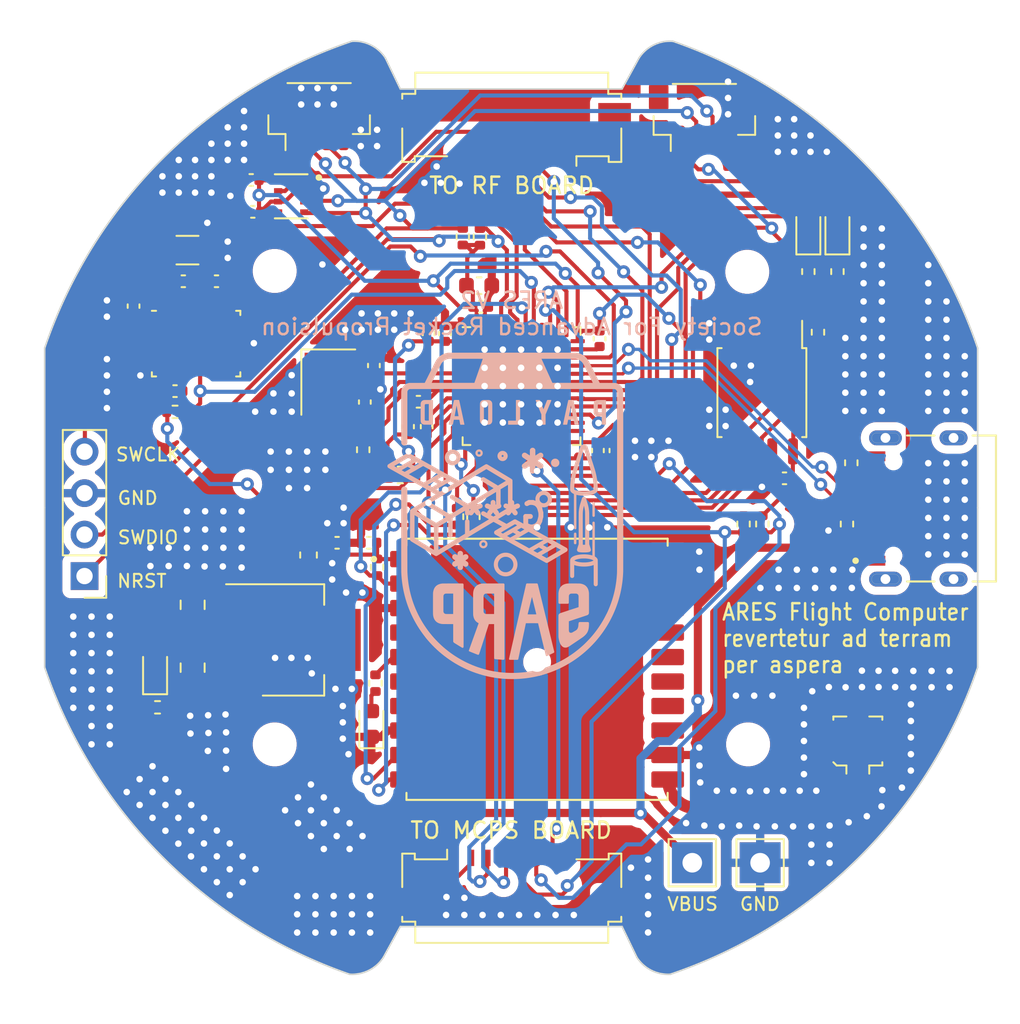
<source format=kicad_pcb>
(kicad_pcb (version 20240108) (generator "pcbnew") (generator_version "8.0")
  (layers (0 "F.Cu" signal) (31 "B.Cu" signal) (34 "B.Paste" user) (35 "F.Paste" user) (36 "B.SilkS" user "B.Silkscreen") (37 "F.SilkS" user "F.Silkscreen") (38 "B.Mask" user) (39 "F.Mask" user) (44 "Edge.Cuts" user))
  (net 0 "")
  (net 1 "/NRST")
  (net 2 "GND")
  (net 3 "/OSC_IN")
  (net 4 "/OSC_OUT")
  (net 5 "+3.3V")
  (net 6 "+3.3VA")
  (net 7 "Net-(U1-VCAP1)")
  (net 8 "VBUS")
  (net 9 "/PWR_LED_K")
  (net 10 "/SWDIO")
  (net 11 "/SWCLK")
  (net 12 "/USB_D+")
  (net 13 "/USB_D-")
  (net 14 "Net-(U4-CAP)")
  (net 15 "Net-(U4-XOUT32)")
  (net 16 "Net-(U4-XIN32)")
  (net 17 "Net-(D2-K)")
  (net 18 "Net-(D3-K)")
  (net 19 "Net-(J2-CC1)")
  (net 20 "/SCLK")
  (net 21 "/CS_FLASH")
  (net 22 "/MISO")
  (net 23 "/LED_G")
  (net 26 "Net-(J2-CC2)")
  (net 27 "/MOSI")
  (net 28 "/BNO_NRST")
  (net 29 "/SDA")
  (net 30 "/SCL")
  (net 34 "Net-(AE1-A)")
  (net 37 "Net-(U6-VCC)")
  (net 39 "/GPS_NRST")
  (net 42 "Net-(D4-A)")
  (net 49 "Net-(U4-GNDIO-Pad15)")
  (net 57 "Net-(U6-3D-FIX)")
  (net 58 "/TX_GPS")
  (net 59 "Net-(U6-TX)")
  (net 60 "Net-(U6-RX)")
  (net 61 "/RX_GPS")
  (net 62 "/RADIO_NRST")
  (net 63 "/RX_RADIO")
  (net 64 "/TX_RADIO")
  (net 65 "/MOTOR_NRST")
  (net 66 "/S1_MP")
  (net 67 "/S2_MP")
  (net 78 "/S2_RF")
  (net 79 "/S1_RF")
  (net 80 "/MOTOR_SDA")
  (net 81 "/MOTOR_SCL")
  (net 83 "/LED_B")
  (footprint "TestPoint:TestPoint_THTPad_2.5x2.5mm_Drill1.2mm" (layer "F.Cu") (at 165.214 121.25)
    (property "Reference" "J5" (hide yes))
    (property "Value" "GND")
  )
  (footprint "Capacitor_SMD:C_0402_1005Metric" (layer "F.Cu") (at 141 93.02854 90)
    (property "Reference" "C3" (hide yes))
    (property "Value" "10pF")
  )
  (footprint "MountingHole:MountingHole_2.2mm_M2" (layer "F.Cu") (at 135.47774 84.9988)
    (property "Reference" "H1" (hide yes))
    (property "Value" "MountingHole")
  )
  (footprint "Capacitor_SMD:C_0402_1005Metric" (layer "F.Cu") (at 129.3725 92.3595 180)
    (property "Reference" "C16" (hide yes))
    (property "Value" "100nF")
  )
  (footprint "Resistor_SMD:R_0402_1005Metric" (layer "F.Cu") (at 140.9 95.95 90)
    (property "Reference" "R14" (hide yes))
    (property "Value" "10k")
  )
  (footprint "TestPoint:TestPoint_THTPad_2.5x2.5mm_Drill1.2mm" (layer "F.Cu") (at 161.058 121.25)
    (property "Reference" "J4" (hide yes))
    (property "Value" "5V")
  )
  (footprint "BMP280:XDCR_BMP280" (layer "F.Cu") (at 136.4875 80.425)
    (property "Reference" "U3" (hide yes))
    (property "Value" "BMP280")
  )
  (footprint "Connector_Coaxial:U.FL_Molex_MCRF_73412-0110_Vertical" (layer "F.Cu") (at 171.2 113.792)
    (property "Reference" "AE1" (hide yes))
    (property "Value" "Antenna")
  )
  (footprint "LED_SMD:LED_0603_1608Metric" (layer "F.Cu") (at 169.95 82.5 90)
    (property "Reference" "D3" (hide yes))
    (property "Value" "LED")
  )
  (footprint "Capacitor_SMD:C_0402_1005Metric" (layer "F.Cu") (at 126.8325 87.1525 -90)
    (property "Reference" "C15" (hide yes))
    (property "Value" "100nF")
  )
  (footprint "Capacitor_SMD:C_0402_1005Metric" (layer "F.Cu") (at 155.378 89.14854 -90)
    (property "Reference" "C7" (hide yes))
    (property "Value" "100nF")
  )
  (footprint "USBC:HRO_TYPE-C-31-M-12" (layer "F.Cu") (at 177.0625 99.55 90)
    (property "Reference" "J2" (hide yes))
    (property "Value" "TYPE-C-31-M-12" (hide yes))
    (fp_line (start 4.625 -4.72) (end 4.625 -3.62) (stroke (width 0.01)) (layer "Edge.Cuts"))
    (fp_line (start -4.025 -4.72) (end -4.025 -3.62) (stroke (width 0.01)) (layer "Edge.Cuts"))
    (fp_line (start 4.025 -3.62) (end 4.025 -4.72) (stroke (width 0.01)) (layer "Edge.Cuts"))
    (fp_line (start -4.625 -3.62) (end -4.625 -4.72) (stroke (width 0.01)) (layer "Edge.Cuts"))
    (fp_line (start 4.625 -0.4) (end 4.625 0.4) (stroke (width 0.01)) (layer "Edge.Cuts"))
    (fp_line (start -4.025 -0.4) (end -4.025 0.4) (stroke (width 0.01)) (layer "Edge.Cuts"))
    (fp_line (start 4.025 0.4) (end 4.025 -0.4) (stroke (width 0.01)) (layer "Edge.Cuts"))
    (fp_line (start -4.625 0.4) (end -4.625 -0.4) (stroke (width 0.01)) (layer "Edge.Cuts"))
    (fp_arc (start 4.325 -5.02) (mid 4.537132 -4.932132) (end 4.625 -4.72) (stroke (width 0.01)) (layer "Edge.Cuts"))
    (fp_arc (start -4.325 -5.02) (mid -4.112868 -4.932132) (end -4.025 -4.72) (stroke (width 0.01)) (layer "Edge.Cuts"))
    (fp_arc (start 4.025 -4.72) (mid 4.112868 -4.932132) (end 4.325 -5.02) (stroke (width 0.01)) (layer "Edge.Cuts"))
    (fp_arc (start -4.625 -4.72) (mid -4.537132 -4.932132) (end -4.325 -5.02) (stroke (width 0.01)) (layer "Edge.Cuts"))
    (fp_arc (start 4.625 -3.62) (mid 4.537132 -3.407868) (end 4.325 -3.32) (stroke (width 0.01)) (layer "Edge.Cuts"))
    (fp_arc (start -4.025 -3.62) (mid -4.112868 -3.407868) (end -4.325 -3.32) (stroke (width 0.01)) (layer "Edge.Cuts"))
    (fp_arc (start 4.325 -3.32) (mid 4.112868 -3.407868) (end 4.025 -3.62) (stroke (width 0.01)) (layer "Edge.Cuts"))
    (fp_arc (start -4.325 -3.32) (mid -4.537132 -3.407868) (end -4.625 -3.62) (stroke (width 0.01)) (layer "Edge.Cuts"))
    (fp_arc (start 4.325 -0.7) (mid 4.537132 -0.612132) (end 4.625 -0.4) (stroke (width 0.01)) (layer "Edge.Cuts"))
    (fp_arc (start -4.325 -0.7) (mid -4.112868 -0.612132) (end -4.025 -0.4) (stroke (width 0.01)) (layer "Edge.Cuts"))
    (fp_arc (start 4.025 -0.4) (mid 4.112868 -0.612132) (end 4.325 -0.7) (stroke (width 0.01)) (layer "Edge.Cuts"))
    (fp_arc (start -4.625 -0.4) (mid -4.537132 -0.612132) (end -4.325 -0.7) (stroke (width 0.01)) (layer "Edge.Cuts"))
    (fp_arc (start 4.625 0.4) (mid 4.537132 0.612132) (end 4.325 0.7) (stroke (width 0.01)) (layer "Edge.Cuts"))
    (fp_arc (start -4.025 0.4) (mid -4.112868 0.612132) (end -4.325 0.7) (stroke (width 0.01)) (layer "Edge.Cuts"))
    (fp_arc (start 4.325 0.7) (mid 4.112868 0.612132) (end 4.025 0.4) (stroke (width 0.01)) (layer "Edge.Cuts"))
    (fp_arc (start -4.325 0.7) (mid -4.537132 0.612132) (end -4.625 0.4) (stroke (width 0.01)) (layer "Edge.Cuts"))
  )
  (footprint "Crystal:Crystal_SMD_3225-4Pin_3.2x2.5mm" (layer "F.Cu") (at 138.7608 91.80734 -90)
    (property "Reference" "Y1" (hide yes))
    (property "Value" "16MHz")
  )
  (footprint "MountingHole:MountingHole_2.2mm_M2" (layer "F.Cu") (at 135.47774 113.9988)
    (property "Reference" "H3" (hide yes))
    (property "Value" "MountingHole")
  )
  (footprint "Capacitor_SMD:C_0402_1005Metric" (layer "F.Cu") (at 129.8805 85.6285)
    (property "Reference" "C18" (hide yes))
    (property "Value" "22pF")
  )
  (footprint "Capacitor_SMD:C_0402_1005Metric" (layer "F.Cu") (at 134.0375 79.425)
    (property "Reference" "C23" (hide yes))
    (property "Value" "100nF")
  )
  (footprint "Resistor_SMD:R_0402_1005Metric" (layer "F.Cu") (at 170.8 96.75 -90)
    (property "Reference" "R2" (hide yes))
    (property "Value" "5.11k")
  )
  (footprint "Package_SO:SOIC-8_5.23x5.23mm_P1.27mm" (layer "F.Cu") (at 165.3225 92.45 -90)
    (property "Reference" "U5" (hide yes))
    (property "Value" "W25Q32JVSS")
  )
  (footprint "Resistor_SMD:R_0402_1005Metric" (layer "F.Cu") (at 164.2 100.5 90)
    (property "Reference" "R15" (hide yes))
    (property "Value" "4.7k")
  )
  (footprint "Capacitor_SMD:C_0402_1005Metric" (layer "F.Cu") (at 148.097 87.18974)
    (property "Reference" "C8" (hide yes))
    (property "Value" "100nF")
  )
  (footprint "Connector_FFC-FPC:Molex_200528-0080_1x08-1MP_P1.00mm_Horizontal" (layer "F.Cu") (at 150 121.86)
    (property "Reference" "J3" (hide yes))
    (property "Value" "FC_M/P")
  )
  (footprint "Resistor_SMD:R_0402_1005Metric" (layer "F.Cu") (at 170.53476 100.5012 90)
    (property "Reference" "R1" (hide yes))
    (property "Value" "5.11k")
  )
  (footprint "Resistor_SMD:R_0402_1005Metric" (layer "F.Cu") (at 147 82.9 -90)
    (property "Reference" "R12" (hide yes))
    (property "Value" "4.7k")
  )
  (footprint "Capacitor_SMD:C_0402_1005Metric" (layer "F.Cu") (at 139.3 101.65)
    (property "Reference" "C21" (hide yes))
    (property "Value" "1uF")
  )
  (footprint "Inductor_SMD:L_0603_1608Metric" (layer "F.Cu") (at 137.55 102.4 90)
    (property "Reference" "FB2" (hide yes))
    (property "Value" "600R")
  )
  (footprint "Capacitor_SMD:C_0805_2012Metric" (layer "F.Cu") (at 130.45 109.3 90)
    (property "Reference" "C13" (hide yes))
    (property "Value" "22uF")
  )
  (footprint "Resistor_SMD:R_0402_1005Metric" (layer "F.Cu") (at 169.95 85.0375 -90)
    (property "Reference" "R9" (hide yes))
    (property "Value" "1k")
  )
  (footprint "Resistor_SMD:R_0402_1005Metric" (layer "F.Cu") (at 129.3725 93.6295)
    (property "Reference" "R4" (hide yes))
    (property "Value" "10k")
  )
  (footprint "CD-PA1616D:XCVR_CD-PA1616D" (layer "F.Cu") (at 151.55 109.4)
    (property "Reference" "U6" (hide yes))
    (property "Value" "PA1616S")
  )
  (footprint "Connector_JST:JST_SH_BM04B-SRSS-TB_1x04-1MP_P1.00mm_Vertical" (layer "F.Cu") (at 161.8 75.55)
    (property "Reference" "J7" (hide yes))
    (property "Value" "Conn_01x04_Pin")
  )
  (footprint "MountingHole:MountingHole_2.2mm_M2" (layer "F.Cu") (at 164.47774 113.9988)
    (property "Reference" "H4" (hide yes))
    (property "Value" "MountingHole")
  )
  (footprint "Capacitor_SMD:C_0402_1005Metric" (layer "F.Cu") (at 166.7075 97.7 180)
    (property "Reference" "C20" (hide yes))
    (property "Value" "100nF")
  )
  (footprint "Resistor_SMD:R_0402_1005Metric" (layer "F.Cu") (at 148.05 82.91 -90)
    (property "Reference" "R13" (hide yes))
    (property "Value" "4.7k")
  )
  (footprint "Package_DFN_QFN:QFN-48-1EP_7x7mm_P0.5mm_EP5.6x5.6mm" (layer "F.Cu") (at 150.6 92.04974)
    (property "Reference" "U1" (hide yes))
    (property "Value" "STM32F401CCU6")
  )
  (footprint "Crystal:Crystal_SMD_3215-2Pin_3.2x1.5mm" (layer "F.Cu") (at 130.1345 83.7235 180)
    (property "Reference" "Y2" (hide yes))
    (property "Value" "32.768kHz")
  )
  (footprint "Resistor_SMD:R_0402_1005Metric" (layer "F.Cu") (at 146.65 100.05 -90)
    (property "Reference" "R10" (hide yes))
    (property "Value" "470")
  )
  (footprint "Package_TO_SOT_SMD:SOT-223-3_TabPin2" (layer "F.Cu") (at 136.6 107.6)
    (property "Reference" "U2" (hide yes))
    (property "Value" "AMS1117-3.3")
  )
  (footprint "Capacitor_SMD:C_0805_2012Metric" (layer "F.Cu") (at 130.45 105.45 90)
    (property "Reference" "C14" (hide yes))
    (property "Value" "22uF")
  )
  (footprint "Capacitor_SMD:C_0402_1005Metric" (layer "F.Cu") (at 144.91 88.82774 90)
    (property "Reference" "C5" (hide yes))
    (property "Value" "100nF")
  )
  (footprint "Resistor_SMD:R_0402_1005Metric" (layer "F.Cu") (at 128.3 111.7295)
    (property "Reference" "R3" (hide yes))
    (property "Value" "1k")
  )
  (footprint "Resistor_SMD:R_0402_1005Metric" (layer "F.Cu") (at 168.168 85.0375 -90)
    (property "Reference" "R8" (hide yes))
    (property "Value" "1k")
  )
  (footprint "Capacitor_SMD:C_0402_1005Metric" (layer "F.Cu") (at 131.9125 85.6285)
    (property "Reference" "C17" (hide yes))
    (property "Value" "22pF")
  )
  (footprint "Capacitor_SMD:C_0402_1005Metric" (layer "F.Cu") (at 144.28 93.011 180)
    (property "Reference" "C1" (hide yes))
    (property "Value" "100nF")
  )
  (footprint "Capacitor_SMD:C_0603_1608Metric" (layer "F.Cu") (at 148 85.9)
    (property "Reference" "C4" (hide yes))
    (property "Value" "10uF")
  )
  (footprint "Resistor_SMD:R_0402_1005Metric" (layer "F.Cu") (at 141.65 110.25 90)
    (property "Reference" "R6" (hide yes))
    (property "Value" "470")
  )
  (footprint "Resistor_SMD:R_0402_1005Metric" (layer "F.Cu") (at 141.75 103.15 -90)
    (property "Reference" "R5" (hide yes))
    (property "Value" "10k")
  )
  (footprint "Connector_FFC-FPC:Molex_200528-0080_1x08-1MP_P1.00mm_Horizontal" (layer "F.Cu") (at 150 77.15 180)
    (property "Reference" "J6" (hide yes))
    (property "Value" "FC_RF")
  )
  (footprint "MountingHole:MountingHole_2.2mm_M2" (layer "F.Cu") (at 164.42774 85.0488)
    (property "Reference" "H2" (hide yes))
    (property "Value" "MountingHole")
  )
  (footprint "Capacitor_SMD:C_0402_1005Metric" (layer "F.Cu") (at 155.278 95.9988 -90)
    (property "Reference" "C6" (hide yes))
    (property "Value" "100nF")
  )
  (footprint "Connector_PinHeader_2.54mm:PinHeader_1x04_P2.54mm_Vertical" (layer "F.Cu") (at 123.82774 103.6888 180)
    (property "Reference" "J1" (hide yes))
    (property "Value" "SWD")
  )
  (footprint "Resistor_SMD:R_0402_1005Metric" (layer "F.Cu") (at 165.35 100.5 90)
    (property "Reference" "R16" (hide yes))
    (property "Value" "4.7k")
  )
  (footprint "Capacitor_SMD:C_0402_1005Metric" (layer "F.Cu") (at 141.5548 90.79134 90)
    (property "Reference" "C2" (hide yes))
    (property "Value" "10pF")
  )
  (footprint "Capacitor_SMD:C_0402_1005Metric" (layer "F.Cu") (at 134.1375 81.375)
    (property "Reference" "C24" (hide yes))
    (property "Value" "100nF")
  )
  (footprint "Capacitor_SMD:C_0402_1005Metric" (layer "F.Cu") (at 144.788 94.535 90)
    (property "Reference" "C10" (hide yes))
    (property "Value" "1uF")
  )
  (footprint "LED_SMD:LED_0603_1608Metric" (layer "F.Cu") (at 128.15 109.442 90)
    (property "Reference" "D1" (hide yes))
    (property "Value" "LED")
  )
  (footprint "Resistor_SMD:R_0402_1005Metric" (layer "F.Cu") (at 147.65 100.05 -90)
    (property "Reference" "R11" (hide yes))
    (property "Value" "470")
  )
  (footprint "Package_LGA:LGA-28_5.2x3.8mm_P0.5mm" (layer "F.Cu") (at 130.6625 89.45)
    (property "Reference" "U4" (hide yes))
    (property "Value" "BNO055")
  )
  (footprint "Capacitor_SMD:C_0402_1005Metric" (layer "F.Cu") (at 156.35 96 90)
    (property "Reference" "C12" (hide yes))
    (property "Value" "2.2uF")
  )
  (footprint "LED_SMD:LED_0603_1608Metric" (layer "F.Cu") (at 168.168 82.5 90)
    (property "Reference" "D2" (hide yes))
    (property "Value" "LED")
  )
  (footprint "LED_SMD:LED_0603_1608Metric" (layer "F.Cu") (at 141.4 112.75 90)
    (property "Reference" "D4" (hide yes))
    (property "Value" "LED")
  )
  (footprint "Capacitor_SMD:C_0402_1005Metric" (layer "F.Cu") (at 141.25 101.65 180)
    (property "Reference" "C19" (hide yes))
    (property "Value" "100nF")
  )
  (footprint "Capacitor_SMD:C_0402_1005Metric" (layer "F.Cu") (at 143.645 94.535 90)
    (property "Reference" "C9" (hide yes))
    (property "Value" "10nF")
  )
  (footprint "Resistor_SMD:R_0402_1005Metric" (layer "F.Cu") (at 168.7575 88.75 90)
    (property "Reference" "R7" (hide yes))
    (property "Value" "10k")
  )
  (footprint "Capacitor_SMD:C_0402_1005Metric" (layer "F.Cu") (at 145.91 88.82774 90)
    (property "Reference" "C11" (hide yes))
    (property "Value" "1uF")
  )
  (footprint "Connector_JST:JST_SH_BM04B-SRSS-TB_1x04-1MP_P1.00mm_Vertical" (layer "F.Cu") (at 138.2 75.5)
    (property "Reference" "J8" (hide yes))
    (property "Value" "Conn_01x04_Pin")
  )
  (footprint "Inductor_SMD:L_0603_1608Metric" (layer "F.Cu") (at 143.172 97.49654)
    (property "Reference" "FB1" (hide yes))
    (property "Value" "120R")
  )
  (footprint "LOGO" (layer "B.Cu") (at 149.606 100 180)
    (property "Reference" "G***")
    (property "Value" "LOGO" (hide yes))
  )
  (gr_arc (start 161.315589 117.9068) (mid 160.082709 117.390896) (end 159.584685 116.150685) (stroke (width 0.75)) (layer "F.Cu") (net 34))
  (gr_arc (start 171.196 115.4176) (mid 170.467696 117.175883) (end 168.709413 117.904187) (stroke (width 0.75)) (layer "F.Cu") (net 34))
  (gr_arc (start 159.869743 70.927799) (mid 171.375988 78.168728) (end 178.538741 89.7238) (stroke (width 0.1)) (layer "Edge.Cuts"))
  (gr_arc (start 157.793393 71.962949) (mid 158.689121 71.159649) (end 159.869742 70.9278) (stroke (width 0.1)) (layer "Edge.Cuts"))
  (gr_line (start 121.38874 89.723799) (end 121.38874 99.502799) (stroke (width 0.1)) (layer "Edge.Cuts"))
  (gr_line (start 142.261094 71.962945) (end 143.169242 73.8488) (stroke (width 0.1)) (layer "Edge.Cuts"))
  (gr_arc (start 142.134089 127.04265) (mid 141.238354 127.845935) (end 140.05774 128.077799) (stroke (width 0.1)) (layer "Edge.Cuts"))
  (gr_line (start 142.134094 127.042653) (end 143.16924 125.156799) (stroke (width 0.1)) (layer "Edge.Cuts"))
  (gr_line (start 156.75824 125.156799) (end 143.16924 125.1568) (stroke (width 0.1)) (layer "Edge.Cuts"))
  (gr_line (start 157.793388 71.962946) (end 156.758242 73.8488) (stroke (width 0.1)) (layer "Edge.Cuts"))
  (gr_arc (start 140.057739 128.0778) (mid 128.55149 120.836876) (end 121.388741 109.281799) (stroke (width 0.1)) (layer "Edge.Cuts"))
  (gr_line (start 121.38874 99.502799) (end 121.38874 109.281799) (stroke (width 0.1)) (layer "Edge.Cuts"))
  (gr_line (start 178.538742 99.5028) (end 178.538742 89.7238) (stroke (width 0.1)) (layer "Edge.Cuts"))
  (gr_arc (start 121.38874 89.723799) (mid 128.59631 78.136693) (end 140.187287 70.93535) (stroke (width 0.1)) (layer "Edge.Cuts"))
  (gr_line (start 143.169242 73.8488) (end 156.758242 73.8488) (stroke (width 0.1)) (layer "Edge.Cuts"))
  (gr_arc (start 159.742739 128.07776) (mid 158.562129 127.845921) (end 157.666388 127.042654) (stroke (width 0.1)) (layer "Edge.Cuts"))
  (gr_arc (start 178.538742 109.2818) (mid 171.331169 120.868906) (end 159.740195 128.070249) (stroke (width 0.1)) (layer "Edge.Cuts"))
  (gr_arc (start 140.184743 70.927839) (mid 141.365363 71.159658) (end 142.261094 71.962945) (stroke (width 0.1)) (layer "Edge.Cuts"))
  (gr_line (start 157.666388 127.042654) (end 156.75824 125.156799) (stroke (width 0.1)) (layer "Edge.Cuts"))
  (gr_line (start 178.538742 109.2818) (end 178.538742 99.5028) (stroke (width 0.1)) (layer "Edge.Cuts"))
  (gr_text "ARES V2\nSociety For Advanced Rocket Propulsion\n" (at 150 89 0) (layer "B.SilkS") (effects (font (size 1 1)) (justify bottom mirror)))
  (gr_text "GND\n" (at 127.08554 98.9126 0) (layer "F.SilkS") (effects (font (size 0.8 0.8) (thickness 0.125))))
  (gr_text "GND" (at 163.9 124.25 0) (layer "F.SilkS") (effects (font (size 0.8 0.8) (thickness 0.125) (bold yes)) (justify left bottom)))
  (gr_text "NRST\n" (at 127.33954 103.9926 0) (layer "F.SilkS") (effects (font (size 0.8 0.8) (thickness 0.125))))
  (gr_text "TO RF BOARD" (at 144.85 80.35 0) (layer "F.SilkS") (effects (font (size 1 1) (thickness 0.15) (bold yes)) (justify left bottom)))
  (gr_text "ARES Flight Computer\nrevertetur ad terram \nper aspera" (at 162.8 109.7 0) (layer "F.SilkS") (effects (font (size 1 0.91) (thickness 0.15) (bold yes)) (justify left bottom)))
  (gr_text "SWCLK\n" (at 127.72054 96.2456 0) (layer "F.SilkS") (effects (font (size 0.8 0.8) (thickness 0.125))))
  (gr_text "VBUS" (at 159.455 124.25 0) (layer "F.SilkS") (effects (font (size 0.8 0.8) (thickness 0.125) (bold yes)) (justify left bottom)))
  (gr_text "TO MCPS BOARD" (at 143.7 119.85 0) (layer "F.SilkS") (effects (font (size 1 1) (thickness 0.15) (bold yes)) (justify left bottom)))
  (gr_text "SWDIO\n" (at 127.72054 101.3256 0) (layer "F.SilkS") (effects (font (size 0.8 0.8) (thickness 0.125))))
  (segment (start 141.59146 94.74854) (end 140.9 95.44) (width 0.25) (layer "F.Cu") (net 1))
  (segment (start 143.256686 92.29974) (end 147.1625 92.29974) (width 0.25) (layer "F.Cu") (net 1))
  (segment (start 123.73554 103.8386) (end 123.73554 103.76446) (width 0.25) (layer "F.Cu") (net 1))
  (segment (start 145.47126 92.29974) (end 147.1625 92.29974) (width 0.25) (layer "F.Cu") (net 1))
  (segment (start 123.73554 103.76446) (end 132.75146 94.74854) (width 0.25) (layer "F.Cu") (net 1))
  (segment (start 132.75146 94.74854) (end 141.814396 94.74854) (width 0.25) (layer "F.Cu") (net 1))
  (segment (start 141.814396 94.74854) (end 141.59146 94.74854) (width 0.25) (layer "F.Cu") (net 1))
  (segment (start 144.76 93.011) (end 145.47126 92.29974) (width 0.25) (layer "F.Cu") (net 1))
  (segment (start 142.45 93.411701) (end 143.125001 92.7367) (width 0.25) (layer "F.Cu") (net 1))
  (segment (start 143.124999 92.431427) (end 143.256686 92.29974) (width 0.25) (layer "F.Cu") (net 1))
  (segment (start 143.125001 92.7367) (end 143.124999 92.431427) (width 0.25) (layer "F.Cu") (net 1))
  (segment (start 141.814396 94.74854) (end 142.45 94.112936) (width 0.25) (layer "F.Cu") (net 1))
  (segment (start 142.45 94.112936) (end 142.45 93.411701) (width 0.25) (layer "F.Cu") (net 1))
  (segment (start 132.85 89.5) (end 132.85 89.4) (width 0.25) (layer "F.Cu") (net 2))
  (segment (start 133.2875 81.375) (end 133.6575 81.375) (width 0.25) (layer "F.Cu") (net 2))
  (segment (start 126.8325 87.6325) (end 126.8325 88.004) (width 0.25) (layer "F.Cu") (net 2))
  (segment (start 136.8676 92.85) (end 137.85346 92.85) (width 0.25) (layer "F.Cu") (net 2))
  (segment (start 143.55 113.15) (end 143.15 113.15) (width 0.5) (layer "F.Cu") (net 2))
  (segment (start 127.25 91.4) (end 127.5375 91.1125) (width 0.25) (layer "F.Cu") (net 2))
  (segment (start 132.6 84.2) (end 132.6 85.421) (width 0.25) (layer "F.Cu") (net 2))
  (segment (start 138.45 79.95) (end 137.95 79.45) (width 0.25) (layer "F.Cu") (net 2))
  (segment (start 131.761 82.05) (end 131.008 82.05) (width 0.25) (layer "F.Cu") (net 2))
  (segment (start 132.7625 80.85) (end 133.2875 81.375) (width 0.25) (layer "F.Cu") (net 2))
  (segment (start 152.85 95.48724) (end 152.85 95.97448) (width 0.25) (layer "F.Cu") (net 2))
  (segment (start 150.6 92.04974) (end 151.30026 92.04974) (width 0.25) (layer "F.Cu") (net 2))
  (segment (start 139.6 88.8) (end 139.6 90.69654) (width 0.25) (layer "F.Cu") (net 2))
  (segment (start 133.05 89.7) (end 132.85 89.5) (width 0.25) (layer "F.Cu") (net 2))
  (segment (start 151.30026 92.04974) (end 153.55026 89.79974) (width 0.25) (layer "F.Cu") (net 2))
  (segment (start 163.4175 88.85) (end 163.4175 88.19) (width 0.25) (layer "F.Cu") (net 2))
  (segment (start 163.3 76.875001) (end 163.3 76.900964) (width 0.25) (layer "F.Cu") (net 2))
  (segment (start 139.6108 90.70734) (end 139.6108 90.61574) (width 0.25) (layer "F.Cu") (net 2))
  (segment (start 141.5548 90.31134) (end 141.5548 90.1452) (width 0.25) (layer "F.Cu") (net 2))
  (segment (start 150.6 92.04974) (end 150.6 92.75) (width 0.25) (layer "F.Cu") (net 2))
  (segment (start 132.6 85.421) (end 132.3925 85.6285) (width 0.25) (layer "F.Cu") (net 2))
  (segment (start 130.45 108.35) (end 129.2 109.6) (width 0.25) (layer "F.Cu") (net 2))
  (segment (start 153.35432 96.4788) (end 155.278 96.4788) (width 0.25) (layer "F.Cu") (net 2))
  (segment (start 171.4148 102.75) (end 170.8648 103.3) (width 0.25) (layer "F.Cu") (net 2))
  (segment (start 132.85 89.4) (end 133.05 89.2) (width 0.25) (layer "F.Cu") (net 2))
  (segment (start 148.625 85.9) (end 148.577 85.948) (width 0.25) (layer "F.Cu") (net 2))
  (segment (start 141.65146 92.54854) (end 141 92.54854) (width 0.25) (layer "F.Cu") (net 2))
  (segment (start 169.4 100.9) (end 170.42356 100.9) (width 0.25) (layer "F.Cu") (net 2))
  (segment (start 133.5024 105.3084) (end 133.45 105.3) (width 0.25) (layer "F.Cu") (net 2))
  (segment (start 155.2068 89.79974) (end 154.0375 89.79974) (width 0.25) (layer "F.Cu") (net 2))
  (segment (start 130.45 108.35) (end 130.5052 108.3564) (width 0.25) (layer "F.Cu") (net 2))
  (segment (start 136.1125 80.1) (end 135.6875 80.1) (width 0.25) (layer "F.Cu") (net 2))
  (segment (start 127.5375 91.1125) (end 128.4125 91.1125) (width 0.25) (layer "F.Cu") (net 2))
  (segment (start 134.2 89.425) (end 133.275 89.425) (width 0.25) (layer "F.Cu") (net 2))
  (segment (start 143.645 94.055) (end 144.788 94.055) (width 0.25) (layer "F.Cu") (net 2))
  (segment (start 146.04326 92.79974) (end 144.788 94.055) (width 0.25) (layer "F.Cu") (net 2))
  (segment (start 129.2 109.6) (end 129.2 111.3395) (width 0.25) (layer "F.Cu") (net 2))
  (segment (start 149.85 92.79974) (end 147.1625 92.79974) (width 0.25) (layer "F.Cu") (net 2))
  (segment (start 150.6 92.75) (end 152.85 95) (width 0.25) (layer "F.Cu") (net 2))
  (segment (start 139.8 88.6) (end 139.6 88.8) (width 0.25) (layer "F.Cu") (net 2))
  (segment (start 129.2 111.3395) (end 128.81 111.7295) (width 0.25) (layer "F.Cu") (net 2))
  (segment (start 137.2875 79.45) (end 136.7625 79.45) (width 0.25) (layer "F.Cu") (net 2))
  (segment (start 156.24829 95.52) (end 156.35 95.52) (width 0.25) (layer "F.Cu") (net 2))
  (segment (start 163.3 76.900964) (end 163.299657 76.901307) (width 0.25) (layer "F.Cu") (net 2))
  (segment (start 131.008 82.05) (end 130.3605 82.6975) (width 0.25) (layer "F.Cu") (net 2))
  (segment (start 136.7625 79.45) (end 136.1125 80.1) (width 0.25) (layer "F.Cu") (net 2))
  (segment (start 132.6 83.2) (end 132.6 82.889) (width 0.25) (layer "F.Cu") (net 2))
  (segment (start 155.278 96.4788) (end 155.28949 96.4788) (width 0.25) (layer "F.Cu") (net 2))
  (segment (start 127.25 91.4) (end 128.2095 92.3595) (width 0.25) (layer "F.Cu") (net 2))
  (segment (start 139.6108 90.61574) (end 139.9152 90.31134) (width 0.25) (layer "F.Cu") (net 2))
  (segment (start 148.577 86.45) (end 148.577 87.18974) (width 0.25) (layer "F.Cu") (net 2))
  (segment (start 133.325 89.425) (end 133.05 89.7) (width 0.25) (layer "F.Cu") (net 2))
  (segment (start 148.577 85.948) (end 148.577 86.45) (width 0.25) (layer "F.Cu") (net 2))
  (segment (start 132.6 83.2) (end 132.6 84.2) (width 0.25) (layer "F.Cu") (net 2))
  (segment (start 136.5176 92.5) (end 136.8676 92.85) (width 0.25) (layer "F.Cu") (net 2))
  (segment (start 128.4125 90.3375) (end 128.275 90.2) (width 0.25) (layer "F.Cu") (net 2))
  (segment (start 142.4 113.15) (end 143.15 113.15) (width 0.5) (layer "F.Cu") (net 2))
  (segment (start 141.4 113.5375) (end 142.0125 113.5375) (width 0.5) (layer "F.Cu") (net 2))
  (segment (start 132.7625 80.4) (end 132.7625 80) (width 0.25) (layer "F.Cu") (net 2))
  (segment (start 139.6 90.69654) (end 139.6108 90.70734) (width 0.25) (layer "F.Cu") (net 2))
  (segment (start 137.85346 92.85) (end 137.9108 92.90734) (width 0.25) (layer "F.Cu") (net 2))
  (segment (start 150.6 92.04974) (end 148.35 89.79974) (width 0.25) (layer "F.Cu") (net 2))
  (segment (start 135.6125 80.175) (end 135.6875 80.1) (width 0.25) (layer "F.Cu") (net 2))
  (segment (start 127.5285 88.7) (end 128.275 88.7) (width 0.25) (layer "F.Cu") (net 2))
  (segment (start 147.1625 92.79974) (end 146.04326 92.79974) (width 0.25) (layer "F.Cu") (net 2))
  (segment (start 128.8925 92.3595) (end 128.4125 91.8795) (width 0.25) (layer "F.Cu") (net 2))
  (segment (start 170.91 96.35) (end 172.3125 96.35) (width 0.25) (layer "F.Cu") (net 2))
  (segment (start 134.2 89.425) (end 133.325 89.425) (width 0.25) (layer "F.Cu") (net 2))
  (segment (start 148.35 87.41674) (end 148.35 88.61224) (width 0.25) (layer "F.Cu") (net 2))
  (segment (start 130.45 104.5) (end 130.4544 104.4956) (width 0.25) (layer "F.Cu") (net 2))
  (segment (start 132.7625 80.4) (end 132.7625 80.85) (width 0.25) (layer "F.Cu") (net 2))
  (segment (start 153.55026 89.79974) (end 154.0375 89.79974) (width 0.25) (layer "F.Cu") (net 2))
  (segment (start 130.5052 108.3564) (end 130.45 108.67954) (width 0.25) (layer "F.Cu") (net 2))
  (segment (start 127.25 91.4) (end 127.25 91.225) (width 0.25) (layer "F.Cu") (net 2))
  (segment (start 133.275 89.425) (end 133.05 89.2) (width 0.25) (layer "F.Cu") (net 2))
  (segment (start 139.9152 90.31134) (end 141.5548 90.31134) (width 0.25) (layer "F.Cu") (net 2))
  (segment (start 148.35 89.79974) (end 148.35 88.61224) (width 0.25) (layer "F.Cu") (net 2))
  (segment (start 128.4125 91.1125) (end 128.4125 90.3375) (width 0.25) (layer "F.Cu") (net 2))
  (segment (start 170.42356 100.9) (end 170.53476 101.0112) (width 0.25) (layer "F.Cu") (net 2))
  (segment (start 156.47 95.4) (end 156.35 95.52) (width 0.25) (layer "F.Cu") (net 2))
  (segment (start 128.4125 91.8795) (end 128.4125 91.1125) (width 0.25) (layer "F.Cu") (net 2))
  (segment (start 126.8325 88.004) (end 127.5285 88.7) (width 0.25) (layer "F.Cu") (net 2))
  (segment (start 141.95 92.25) (end 141.65146 92.54854) (width 0.25) (layer "F.Cu") (net 2))
  (segment (start 150.6 92.04974) (end 149.85 92.79974) (width 0.25) (layer "F.Cu") (net 2))
  (segment (start 132.7625 80) (end 133.3375 79.425) (width 0.25) (layer "F.Cu") (net 2))
  (segment (start 128.2095 92.3595) (end 128.8925 92.3595) (width 0.25) (layer "F.Cu") (net 2))
  (segment (start 130.3605 82.6975) (end 130.3605 85.6285) (width 0.25) (layer "F.Cu") (net 2))
  (segment (start 137.95 79.45) (end 137.2875 79.45) (width 0.25) (layer "F.Cu") (net 2))
  (segment (start 168.168 85.5475) (end 169.95 85.5475) (width 0.25) (layer "F.Cu") (net 2))
  (segment (start 165.325 98.225) (end 165.85 97.7) (width 0.25) (layer "F.Cu") (net 2))
  (segment (start 127.25 91.225) (end 128.275 90.2) (width 0.25) (layer "F.Cu") (net 2))
  (segment (start 152.85 95) (end 152.85 95.48724) (width 0.25) (layer "F.Cu") (net 2))
  (segment (start 170.8 96.24) (end 170.91 96.35) (width 0.25) (layer "F.Cu") (net 2))
  (segment (start 142.0125 113.5375) (end 142.4 113.15) (width 0.5) (layer "F.Cu") (net 2))
  (segment (start 152.85 95.97448) (end 153.35432 96.4788) (width 0.25) (layer "F.Cu") (net 2))
  (segment (start 143.8 93.011) (end 143.8 93.9) (width 0.25) (layer "F.Cu") (net 2))
  (segment (start 148.577 87.18974) (end 148.35 87.41674) (width 0.25) (layer "F.Cu") (net 2))
  (segment (start 155.28949 96.4788) (end 156.24829 95.52) (width 0.25) (layer "F.Cu") (net 2))
  (segment (start 172.3125 102.75) (end 171.4148 102.75) (width 0.25) (layer "F.Cu") (net 2))
  (segment (start 155.378 89.62854) (end 155.2068 89.79974) (width 0.25) (layer "F.Cu") (net 2))
  (segment (start 132.6 82.889) (end 131.761 82.05) (width 0.25) (layer "F.Cu") (net 2))
  (segment (start 144.788 94.055) (end 144.788 94.003) (width 0.25) (layer "F.Cu") (net 2))
  (segment (start 128.81 111.7295) (end 128.81 111.86) (width 0.25) (layer "F.Cu") (net 2))
  (segment (start 133.3375 79.425) (end 133.5575 79.425) (width 0.25) (layer "F.Cu") (net 2))
  (segment (start 165.85 97.7) (end 166.2275 97.7) (width 0.25) (layer "F.Cu") (net 2))
  (via (at 171.5516 87.9856) (size 0.8) (drill 0.4) (layers "F.Cu" "B.Cu") (net 2))
  (via (at 167.3 76.7) (size 0.8) (drill 0.4) (layers "F.Cu" "B.Cu") (net 2))
  (via (at 172.6692 93.5736) (size 0.8) (drill 0.4) (layers "F.Cu" "B.Cu") (net 2))
  (via (at 176.6316 97.8916) (size 0.8) (drill 0.4) (layers "F.Cu" "B.Cu") (net 2))
  (via (at 169.4688 120.142) (size 0.8) (drill 0.4) (layers "F.Cu" "B.Cu") (net 2))
  (via (at 170.434 91.3384) (size 0.8) (drill 0.4) (layers "F.Cu" "B.Cu") (net 2))
  (via (at 167.4648 103.3) (size 0.8) (drill 0.4) (layers "F.Cu" "B.Cu") (net 2))
  (via (at 127.8636 103.0732) (size 0.8) (drill 0.4) (layers "F.Cu" "B.Cu") (net 2))
  (via (at 132.723588 123.229713) (size 0.8) (drill 0.4) (layers "F.Cu" "B.Cu") (net 2))
  (via (at 139.85 104.7) (size 0.8) (drill 0.4) (layers "F.Cu" "B.Cu") (net 2))
  (via (at 136.5176 93.6176) (size 0.8) (drill 0.4) (layers "F.Cu" "B.Cu") (net 2))
  (via (at 151.6888 89.8144) (size 0.8) (drill 0.4) (layers "F.Cu" "B.Cu") (net 2))
  (via (at 123.1392 107.289601) (size 0.8) (drill 0.4) (layers "F.Cu" "B.Cu") (net 2))
  (via (at 137.696263 119.617188) (size 0.8) (drill 0.4) (layers "F.Cu" "B.Cu") (net 2))
  (via (at 140.75 76.35) (size 0.8) (drill 0.4) (layers "F.Cu" "B.Cu") (net 2))
  (via (at 124.2568 111.760001) (size 0.8) (drill 0.4) (layers "F.Cu" "B.Cu") (net 2))
  (via (at 134.2824 93.6176) (size 0.8) (drill 0.4) (layers "F.Cu" "B.Cu") (net 2))
  (via (at 136.517599 91.3824) (size 0.8) (drill 0.4) (layers "F.Cu" "B.Cu") (net 2))
  (via (at 167.3 75.7) (size 0.8) (drill 0.4) (layers "F.Cu" "B.Cu") (net 2))
  (via (at 124.2568 110.6424) (size 0.8) (drill 0.4) (layers "F.Cu" "B.Cu") (net 2))
  (via (at 173.486 109.49) (size 0.8) (drill 0.4) (layers "F.Cu" "B.Cu") (net 2))
  (via (at 177.7492 102.362) (size 0.8) (drill 0.4) (layers "F.Cu" "B.Cu") (net 2))
  (via (at 148.336 93.167201) (size 0.8) (drill 0.4) (layers "F.Cu" "B.Cu") (net 2))
  (via (at 158.35 124.4028) (size 0.8) (drill 0.4) (layers "F.Cu" "B.Cu") (net 2))
  (via (at 138.486526 120.407451) (size 0.8) (drill 0.4) (layers "F.Cu" "B.Cu") (net 2))
  (via (at 132.334 99.7204) (size 0.8) (drill 0.4) (layers "F.Cu" "B.Cu") (net 2))
  (via (at 176.6316 101.2444) (size 0.8) (drill 0.4) (layers "F.Cu" "B.Cu") (net 2))
  (via (at 162.56 116.84) (size 0.8) (drill 0.4) (layers "F.Cu" "B.Cu") (net 2))
  (via (at 161.798 118.9736) (size 0.8) (drill 0.4) (layers "F.Cu" "B.Cu") (net 2))
  (via (at 126.412937 116.919063) (size 0.8) (drill 0.4) (layers "F.Cu" "B.Cu") (net 2))
  (via (at 152.8064 92.0496) (size 0.8) (drill 0.4) (layers "F.Cu" "B.Cu") (net 2))
  (via (at 167.898 111.76) (size 0.8) (drill 0.4) (layers "F.Cu" "B.Cu") (net 2))
  (via (at 129.573988 116.919063) (size 0.8) (drill 0.4) (layers "F.Cu" "B.Cu") (net 2))
  (via (at 151.6888 93.1672) (size 0.8) (drill 0.4) (layers "F.Cu" "B.Cu") (net 2))
  (via (at 129.6 79.2) (size 0.8) (drill 0.4) (layers "F.Cu" "B.Cu") (net 2))
  (via (at 132.6 83.2) (size 0.8) (drill 0.4) (layers "F.Cu" "B.Cu") (net 2))
  (via (at 169.422 110.49) (size 0.8) (drill 0.4) (layers "F.Cu" "B.Cu") (net 2))
  (via (at 168.5824 104.4176) (size 0.8) (drill 0.4) (layers "F.Cu" "B.Cu") (net 2))
  (via (at 132.5 113.2648) (size 0.8) (drill 0.4) (layers "F.Cu" "B.Cu") (net 2))
  (via (at 176.6316 86.868) (size 0.8) (drill 0.4) (layers "F.Cu" "B.Cu") (net 2))
  (via (at 149.4536 93.1672) (size 0.8) (drill 0.4) (layers "F.Cu" "B.Cu") (net 2))
  (via (at 133.51385 122.43945) (size 0.8) (drill 0.4) (layers "F.Cu" "B.Cu") (net 2))
  (via (at 177.7492 90.2208) (size 0.8) (drill 0.4) (layers "F.Cu" "B.Cu") (net 2))
  (via (at 132.3 103.1) (size 0.8) (drill 0.4) (layers "F.Cu" "B.Cu") (net 2))
  (via (at 138.1 73.8) (size 0.8) (drill 0.4) (layers "F.Cu" "B.Cu") (net 2))
  (via (at 138.7 100.45) (size 0.8) (drill 0.4) (layers "F.Cu" "B.Cu") (net 2))
  (via (at 131.2164 101.9556) (size 0.8) (drill 0.4) (layers "F.Cu" "B.Cu") (net 2))
  (via (at 131.6 79.2) (size 0.8) (drill 0.4) (layers "F.Cu" "B.Cu") (net 2))
  (via (at 145.4 78.6) (size 0.8) (drill 0.4) (layers "F.Cu" "B.Cu") (net 2))
  (via (at 175.514 96.774) (size 0.8) (drill 0.4) (layers "F.Cu" "B.Cu") (net 2))
  (via (at 139.090401 125.5268) (size 0.8) (drill 0.4) (layers "F.Cu" "B.Cu") (net 2))
  (via (at 137.1 73.8) (size 0.8) (drill 0.4) (layers "F.Cu" "B.Cu") (net 2))
  (via (at 136.906001 118.826926) (size 0.8) (drill 0.4) (layers "F.Cu" "B.Cu") (net 2))
  (via (at 172.6692 90.2208) (size 0.8) (drill 0.4) (layers "F.Cu" "B.Cu") (net 2))
  (via (at 172.6692 92.456) (size 0.8) (drill 0.4) (layers "F.Cu" "B.Cu") (net 2))
  (via (at 137.4648 98.298) (size 0.8) (drill 0.4) (layers "F.Cu" "B.Cu") (net 2))
  (via (at 165.2296 104.4176) (size 0.8) (drill 0.4) (layers "F.Cu" "B.Cu") (net 2))
  (via (at 136.5176 92.5) (size 0.8) (drill 0.4) (layers "F.Cu" "B.Cu") (net 2))
  (via (at 172.6692 86.868) (size 0.8) (drill 0.4) (layers "F.Cu" "B.Cu") (net 2))
  (via (at 131.6 80.2) (size 0.8) (drill 0.4) (layers "F.Cu" "B.Cu") (net 2))
  (via (at 170.8648 103.3) (size 0.8) (drill 0.4) (layers "F.Cu" "B.Cu") (net 2))
  (via (at 161.5 115.3) (size 0.8) (drill 0.4) (layers "F.Cu" "B.Cu") (net 2))
  (via (at 150.5712 92.0496) (size 0.8) (drill 0.4) (layers "F.Cu" "B.Cu") (net 2))
  (via (at 142.8 87.6) (size 0.8) (drill 0.4) (layers "F.Cu" "B.Cu") (net 2))
  (via (at 162.8648 119.0244) (size 0.8) (drill 0.4) (layers "F.Cu" "B.Cu") (net 2))
  (via (at 173.486 110.49) (size 0.8) (drill 0.4) (layers "F.Cu" "B.Cu") (net 2))
  (via (at 171.5516 90.2208) (size 0.8) (drill 0.4) (layers "F.Cu" "B.Cu") (net 2))
  (via (at 136.3472 96.0628) (size 0.8) (drill 0.4) (layers "F.Cu" "B.Cu") (net 2))
  (via (at 135.4 92.5) (size 0.8) (drill 0.4) (layers "F.Cu" "B.Cu") (net 2))
  (via (at 132.7625 80.4) (size 0.8) (drill 0.4) (layers "F.Cu" "B.Cu") (net 2))
  (via (at 124.2568 107.2896) (size 0.8) (drill 0.4) (layers "F.Cu" "B.Cu") (net 2))
  (via (at 175.514 90.220801) (size 0.8) (drill 0.4) (layers "F.Cu" "B.Cu") (net 2))
  (via (at 163.1 93.5) (size 0.8) (drill 0.4) (layers "F.Cu" "B.Cu") (net 2))
  (via (at 141.8 87.6) (size 0.8) (drill 0.4) (layers "F.Cu" "B.Cu") (net 2))
  (via (at 130.3 112.25) (size 0.8) (drill 0.4) (layers "F.Cu" "B.Cu") (net 2))
  (via (at 135.2296 97.1804) (size 0.8) (drill 0.4) (layers "F.Cu" "B.Cu") (net 2))
  (via (at 172.47 109.49) (size 0.8) (drill 0.4) (layers "F.Cu" "B.Cu") (net 2))
  (via (at 164.592 116.877) (size 0.8) (drill 0.4) (layers "F.Cu" "B.Cu") (net 2))
  (via (at 169.4688 118.9736) (size 0.8) (drill 0.4) (layers "F.Cu" "B.Cu") (net 2))
  (via (at 132.6 77.2) (size 0.8) (drill 0.4) (layers "F.Cu" "B.Cu") (net 2))
  (via (at 148.336 92.0496) (size 0.8) (drill 0.4) (layers "F.Cu" "B.Cu") (net 2))
  (via (at 167.898 113.792) (size 0.8) (drill 0.4) (layers "F.Cu" "B.Cu") (net 2))
  (via (at 177.7492 100.1268) (size 0.8) (drill 0.4) (layers "F.Cu" "B.Cu") (net 2))
  (via (at 131.2164 99.7204) (size 0.8) (drill 0.4) (layers "F.Cu" "B.Cu") (net 2))
  (via (at 153.6176 100.7) (size 0.8) (drill 0.4) (layers "F.Cu" "B.Cu") (net 2))
  (via (at 125.2 86.8) (size 0.8) (drill 0.4) (layers "F.Cu" "B.Cu") (net 2))
  (via (at 131.143063 120.068663) (size 0.8) (drill 0.4) (layers "F.Cu" "B.Cu") (net 2))
  (via (at 137.972801 125.5268) (size 0.8) (drill 0.4) (layers "F.Cu" "B.Cu") (net 2))
  (via (at 155.8528 100.7) (size 0.8) (drill 0.4) (layers "F.Cu" "B.Cu") (net 2))
  (via (at 139.1 74.8) (size 0.8) (drill 0.4) (layers "F.Cu" "B.Cu") (net 2))
  (via (at 162.1 94.5) (size 0.8) (drill 0.4) (layers "F.Cu" "B.Cu") (net 2))
  (via (at 138.1 74.8) (size 0.8) (drill 0.4) (layers "F.Cu" "B.Cu") (net 2))
  (via (at 148.336 94.2848) (size 0.8) (drill 0.4) (layers "F.Cu" "B.Cu") (net 2))
  (via (at 130.6 79.2) (size 0.8) (drill 0.4) (layers "F.Cu" "B.Cu") (net 2))
  (via (at 175.514 92.456001) (size 0.8) (drill 0.4) (layers "F.Cu" "B.Cu") (net 2))
  (via (at 131.417599 113.3) (size 0.8) (drill 0.4) (layers "F.Cu" "B.Cu") (net 2))
  (via (at 140.208001 125.5268) (size 0.8) (drill 0.4) (layers "F.Cu" "B.Cu") (net 2))
  (via (at 149.4536 90.932) (size 0.8) (drill 0.4) (layers "F.Cu" "B.Cu") (net 2))
  (via (at 175.514 97.891601) (size 0.8) (drill 0.4) (layers "F.Cu" "B.Cu") (net 2))
  (via (at 168.3 76.7) (size 0.8) (drill 0.4) (layers "F.Cu" "B.Cu") (net 2))
  (via (at 174.45 111.55) (size 0.8) (drill 0.4) (layers "F.Cu" "B.Cu") (net 2))
  (via (at 140.208 123.2916) (size 0.8) (drill 0.4) (layers "F.Cu" "B.Cu") (net 2))
  (via (at 133.4516 100.838) (size 0.8) (drill 0.4) (layers "F.Cu" "B.Cu") (net 2))
  (via (at 165.9676 111.017603) (size 0.8) (drill 0.4) (layers "F.Cu" "B.Cu") (net 2))
  (via (at 133.6 78.2) (size 0.8) (drill 0.4) (layers "F.Cu" "B.Cu") (net 2))
  (via (at 149.3296 124.45) (size 0.8) (drill 0.4) (layers "F.Cu" "B.Cu") (net 2))
  (via (at 152.8064 89.8144) (size 0.8) (drill 0.4) (layers "F.Cu" "B.Cu") (net 2))
  (via (at 171.5516 93.5736) (size 0.8) (drill 0.4) (layers "F.Cu" "B.Cu") (net 2))
  (via (at 140.857313 119.617188) (size 0.8) (drill 0.4) (layers "F.Cu" "B.Cu") (net 2))
  (via (at 168.5824 103.3) (size 0.8) (drill 0.4) (layers "F.Cu" "B.Cu") (net 2))
  (via (at 147.0944 124.45) (size 0.8) (drill 0.4) (layers "F.Cu" "B.Cu") (net 2))
  (via (at 162.1 88.2) (size 0.8) (drill 0.4) (layers "F.Cu" "B.Cu") (net 2))
  (via (at 172.6692 85.7504) (size 0.8) (drill 0.4) (layers "F.Cu" "B.Cu") (net 2))
  (via (at 168.3512 120.142) (size 0.8) (drill 0.4) (layers "F.Cu" "B.Cu") (net 2))
  (via (at 168.406 110.744) (size 0.8) (drill 0.4) (layers "F.Cu" "B.Cu") (net 2))
  (via (at 163.25 75.4) (size 0.8) (drill 0.4) (layers "F.Cu" "B.Cu") (net 2))
  (via (at 167.3 77.7) (size 0.8) (drill 0.4) (layers "F.Cu" "B.Cu") (net 2))
  (via (at 133.51385 120.858925) (size 0.8) (drill 0.4) (layers "F.Cu" "B.Cu") (net 2))
  (via (at 135.4 93.6176) (size 0.8) (drill 0.4) (layers "F.Cu" "B.Cu") (net 2))
  (via (at 170.45 110.5) (size 0.8) (drill 0.4) (layers "F.Cu" "B.Cu") (net 2))
  (via (at 149.4536 89.8144) (size 0.8) (drill 0.4) (layers "F.Cu" "B.Cu") (net 2))
  (via (at 175.514 100.126801) (size 0.8) (drill 0.4) (layers "F.Cu" "B.Cu") (net 2))
  (via (at 131.154513 118.499588) (size 0.8) (drill 0.4) (layers "F.Cu" "B.Cu") (net 2))
  (via (at 153.8 124.45) (size 0.8) (drill 0.4) (layers "F.Cu" "B.Cu") (net 2))
  (via (at 170.434 90.220801) (size 0.8) (drill 0.4) (layers "F.Cu" "B.Cu") (net 2))
  (via (at 128.783725 117.709325) (size 0.8) (drill 0.4) (layers "F.Cu" "B.Cu") (net 2))
  (via (at 127.993463 115.338537) (size 0.8) (drill 0.4) (layers "F.Cu" "B.Cu") (net 2))
  (via (at 134.2 89.425) (size 0.8) (drill 0.4) (layers "F.Cu" "B.Cu") (net 2))
  (via (at 176.8176 109.5) (size 0.8) (drill 0.4) (layers "F.Cu" "B.Cu") (net 2))
  (via (at 127.993463 116.919063) (size 0.8) (drill 0.4) (layers "F.Cu" "B.Cu") (net 2))
  (via (at 125.3744 109.524799) (size 0.8) (drill 0.4) (layers "F.Cu" "B.Cu") (net 2))
  (via (at 132.723588 121.649188) (size 0.8) (drill 0.4) (layers "F.Cu" "B.Cu") (net 2))
  (via (at 138.5824 96.0628) (size 0.8) (drill 0.4) (layers "F.Cu" "B.Cu") (net 2))
  (via (at 131.6 78.2) (size 0.8) (drill 0.4) (layers "F.Cu" "B.Cu") (net 2))
  (via (at 131.933326 122.439451) (size 0.8) (drill 0.4) (layers "F.Cu" "B.Cu") (net 2))
  (via (at 150.5712 90.932) (size 0.8) (drill 0.4) (layers "F.Cu" "B.Cu") (net 2))
  (via (at 141.75 77.35) (size 0.8) (drill 0.4) (layers "F.Cu" "B.Cu") (net 2))
  (via (at 124.2568 109.5248) (size 0.8) (drill 0.4) (layers "F.Cu" "B.Cu") (net 2))
  (via (at 124.2568 112.8776) (size 0.8) (drill 0.4) (layers "F.Cu" "B.Cu") (net 2))
  (via (at 150.4472 124.45) (size 0.8) (drill 0.4) (layers "F.Cu" "B.Cu") (net 2))
  (via (at 150.5712 89.8144) (size 0.8) (drill 0.4) (layers "F.Cu" "B.Cu") (net 2))
  (via (at 133.6 76.2) (size 0.8) (drill 0.4) (layers "F.Cu" "B.Cu") (net 2))
  (via (at 175.514 101.2444) (size 0.8) (drill 0.4) (layers "F.Cu" "B.Cu") (net 2))
  (via (at 174.448 115.604) (size 0.8) (drill 0.4) (layers "F.Cu" "B.Cu") (net 2))
  (via (at 132.723588 120.068663) (size 0.8) (drill 0.4) (layers "F.Cu" "B.Cu") (net 2))
  (via (at 129.6 80.2) (size 0.8) (drill 0.4) (layers "F.Cu" "B.Cu") (net 2))
  (via (at 139.276788 119.617188) (size 0.8) (drill 0.4) (layers "F.Cu" "B.Cu") (net 2))
  (via (at 151.6888 92.0496) (size 0.8) (drill 0.4) (layers "F.Cu" "B.Cu") (net 2))
  (via (at 131.35 82.05) (size 0.8) (drill 0.4) (layers "F.Cu" "B.Cu") (net 2))
  (via (at 130.0988 100.838) (size 0.8) (drill 0.4) (layers "F.Cu" "B.Cu") (net 2))
  (via (at 175.514 85.750401) (size 0.8) (drill 0.4) (layers "F.Cu" "B.Cu") (net 2))
  (via (at 137.9728 123.2916) (size 0.8) (drill 0.4) (layers "F.Cu" "B.Cu") (net 2))
  (via (at 132.5 114.382401) (size 0.8) (drill 0.4) (layers "F.Cu" "B.Cu") (net 2))
  (via (at 158.35 125.5204) (size 0.8) (drill 0.4) (layers "F.Cu" "B.Cu") (net 2))
  (via (at 166.3 77.7) (size 0.8) (drill 0.4) (layers "F.Cu" "B.Cu") (net 2))
  (via (at 163.6 90.8) (size 0.8) (drill 0.4) (layers "F.Cu" "B.Cu") (net 2))
  (via (at 131.4 112.2148) (size 0.8) (drill 0.4) (layers "F.Cu" "B.Cu") (net 2))
  (via (at 139.2 110.6) (size 0.8) (drill 0.4) (layers "F.Cu" "B.Cu") (net 2))
  (via (at 166.116 119.0244) (size 0.8) (drill 0.4) (layers "F.Cu" "B.Cu") (net 2))
  (via (at 163.576 116.84) (size 0.8) (drill 0.4) (layers "F.Cu" "B.Cu") (net 2))
  (via (at 157.55 95.4) (size 0.8) (drill 0.4) (layers "F.Cu" "B.Cu") (net 2))
  (via (at 168.3 77.7) (size 0.8) (drill 0.4) (layers "F.Cu" "B.Cu") (net 2))
  (via (at 144.65 79.6) (size 0.8) (drill 0.4) (layers "F.Cu" "B.Cu") (net 2))
  (via (at 150.5712 94.2848) (size 0.8) (drill 0.4) (layers "F.Cu" "B.Cu") (net 2))
  (via (at 138.486525 118.826925) (size 0.8) (drill 0.4) (layers "F.Cu" "B.Cu") (net 2))
  (via (at 146 123.35) (size 0.8) (drill 0.4) (layers "F.Cu" "B.Cu") (net 2))
  (via (at 137.4648 97.1804) (size 0.8) (drill 0.4) (layers "F.Cu" "B.Cu") (net 2))
  (via (at 133.4516 101.9556) (size 0.8) (drill 0.4) (layers "F.Cu" "B.Cu") (net 2))
  (via (at 139.7 100.45) (size 0.8) (drill 0.4) (layers "F.Cu" "B.Cu") (net 2))
  (via (at 152.8064 93.1672) (size 0.8) (drill 0.4) (layers "F.Cu" "B.Cu") (net 2))
  (via (at 132.6 76.2) (size 0.8) (drill 0.4) (layers "F.Cu" "B.Cu") (net 2))
  (via (at 149.4536 94.2848) (size 0.8) (drill 0.4) (layers "F.Cu" "B.Cu") (net 2))
  (via (at 171.5516 92.456) (size 0.8) (drill 0.4) (layers "F.Cu" "B.Cu") (net 2))
  (via (at 176.6316 93.5736) (size 0.8) (drill 0.4) (layers "F.Cu" "B.Cu") (net 2))
  (via (at 137.1 74.8) (size 0.8) (drill 0.4) (layers "F.Cu" "B.Cu") (net 2))
  (via (at 137.696263 118.036663) (size 0.8) (drill 0.4) (layers "F.Cu" "B.Cu") (net 2))
  (via (at 172.6692 82.3976) (size 0.8) (drill 0.4) (layers "F.Cu" "B.Cu") (net 2))
  (via (at 161.5 103.3) (size 0.8) (drill 0.4) (layers "F.Cu" "B.Cu") (net 2))
  (via (at 166.3 76.7) (size 0.8) (drill 0.4) (layers "F.Cu" "B.Cu") (net 2))
  (via (at 136.8552 123.291599) (size 0.8) (drill 0.4) (layers "F.Cu" "B.Cu") (net 2))
  (via (at 158.35 122.1676) (size 0.8) (drill 0.4) (layers "F.Cu" "B.Cu") (net 2))
  (via (at 176.6316 99.0092) (size 0.8) (drill 0.4) (layers "F.Cu" "B.Cu") (net 2))
  (via (at 170.434 93.5736) (size 0.8) (drill 0.4) (layers "F.Cu" "B.Cu") (net 2))
  (via (at 130.0988 99.720401) (size 0.8) (drill 0.4) (layers "F.Cu" "B.Cu") (net 2))
  (via (at 140.2 110.6) (size 0.8) (drill 0.4) (layers "F.Cu" "B.Cu") (net 2))
  (via (at 172.6692 87.9856) (size 0.8) (drill 0.4) (layers "F.Cu" "B.Cu") (net 2))
  (via (at 128.6 79.2) (size 0.8) (drill 0.4) (layers "F.Cu" "B.Cu") (net 2))
  (via (at 164.9984 119.0244) (size 0.8) (drill 0.4) (layers "F.Cu" "B.Cu") (net 2))
  (via (at 167.898 114.808) (size 0.8) (drill 0.4) (layers "F.Cu" "B.Cu") (net 2))
  (via (at 175.514 87.985601) (size 0.8) (drill 0.4) (layers "F.Cu" "B.Cu") (net 2))
  (via (at 139 103.9) (size 0.8) (drill 0.4) (layers "F.Cu" "B.Cu") (net 2))
  (via (at 141.75 76.35) (size 0.8) (drill 0.4) (layers "F.Cu" "B.Cu") (net 2))
  (via (at 140 114.6) (size 0.8) (drill 0.4) (layers "F.Cu" "B.Cu") (net 2))
  (via (at 139.0904 124.4092) (size 0.8) (drill 0.4) (layers "F.Cu" "B.Cu") (net 2))
  (via (at 133.6 77.2) (size 0.8) (drill 0.4) (layers "F.Cu" "B.Cu") (net 2))
  (via (at 138.486525 117.2464) (size 0.8) (drill 0.4) (layers "F.Cu" "B.Cu") (net 2))
  (via (at 129.573988 118.499588) (size 0.8) (drill 0.4) (layers "F.Cu" "B.Cu") (net 2))
  (via (at 167.4648 104.4176) (size 0.8) (drill 0.4) (layers "F.Cu" "B.Cu") (net 2))
  (via (at 123.139199 106.171999) (size 0.8) (drill 0.4) (layers "F.Cu" "B.Cu") (net 2))
  (via (at 169.4 100.9) (size 0.8) (drill 0.4) (layers "F.Cu" "B.Cu") (net 2))
  (via (at 147.0972 123.4) (size 0.8) (drill 0.4) (layers "F.Cu" "B.Cu") (net 2))
  (via (at 154.7464 100.7152) (size 0.8) (drill 0.4) (layers "F.Cu" "B.Cu") (net 2))
  (via (at 125.2 90.4) (size 0.8) (drill 0.4) (layers "F.Cu" "B.Cu") (net 2))
  (via (at 170.434 92.456001) (size 0.8) (drill 0.4) (layers "F.Cu" "B.Cu") (net 2))
  (via (at 132.334 101.9556) (size 0.8) (drill 0.4) (layers "F.Cu" "B.Cu") (net 2))
  (via (at 131.382401 114.4) (size 0.8) (drill 0.4) (layers "F.Cu" "B.Cu") (net 2))
  (via (at 136.5 108.7) (size 0.8) (drill 0.4) (layers "F.Cu" "B.Cu") (net 2))
  (via (at 137.696263 116.456137) (size 0.8) (drill 0.4) (layers "F.Cu" "B.Cu") (net 2))
  (via (at 140.06705 118.826925) (size 0.8) (drill 0.4) (layers "F.Cu" "B.Cu") (net 2))
  (via (at 177.7492 96.774) (size 0.8) (drill 0.4) (layers "F.Cu" "B.Cu") (net 2))
  (via (at 161.4848 114.1936) (size 0.8) (drill 0.4) (layers "F.Cu" "B.Cu") (net 2))
  (via (at 133.4516 99.7204) (size 0.8) (drill 0.4) (layers "F.Cu" "B.Cu") (net 2))
  (via (at 176.6316 89.1032) (size 0.8) (drill 0.4) (layers "F.Cu" "B.Cu") (net 2))
  (via (at 164.6 91.8) (size 0.8) (drill 0.4) (layers "F.Cu" "B.Cu") (net 2))
  (via (at 138.4 84.6) (size 0.8) (drill 0.4) (layers "F.Cu" "B.Cu") (net 2))
  (via (at 150.5712 93.1672) (size 0.8) (drill 0.4) (layers "F.Cu" "B.Cu") (net 2))
  (via (at 140.8 87.6) (size 0.8) (drill 0.4) (layers "F.Cu" "B.Cu") (net 2))
  (via (at 148.336 89.8144) (size 0.8) (drill 0.4) (layers "F.Cu" "B.Cu") (net 2))
  (via (at 130.0988 103.0732) (size 0.8) (drill 0.4) (layers "F.Cu" "B.Cu") (net 2))
  (via (at 141.3256 125.5268) (size 0.8) (drill 0.4) (layers "F.Cu" "B.Cu") (net 2))
  (via (at 174.45 114.6) (size 0.8) (drill 0.4) (layers "F.Cu" "B.Cu") (net 2))
  (via (at 171.5516 85.7504) (size 0.8) (drill 0.4) (layers "F.Cu" "B.Cu") (net 2))
  (via (at 165.608 116.84) (size 0.8) (drill 0.4) (layers "F.Cu" "B.Cu") (net 2))
  (via (at 140.8 88.6) (size 0.8) (drill 0.4) (layers "F.Cu" "B.Cu") (net 2))
  (via (at 148.211999 124.45) (size 0.8) (drill 0.4) (layers "F.Cu" "B.Cu") (net 2))
  (via (at 171.45 109.484) (size 0.8) (drill 0.4) (layers "F.Cu" "B.Cu") (net 2))
  (via (at 125.374401 106.171999) (size 0.8) (drill 0.4) (layers "F.Cu" "B.Cu") (net 2))
  (via (at 170.8304 104.4132) (size 0.8) (drill 0.4) (layers "F.Cu" "B.Cu") (net 2))
  (via (at 125.3744 110.6424) (size 0.8) (drill 0.4) (layers "F.Cu" "B.Cu") (net 2))
  (via (at 127.2032 116.1288) (size 0.8) (drill 0.4) (layers "F.Cu" "B.Cu") (net 2))
  (via (at 161.544 116.332) (size 0.8) (drill 0.4) (layers "F.Cu" "B.Cu") (net 2))
  (via (at 174.6 109.5) (size 0.8) (drill 0.4) (layers "F.Cu" "B.Cu") (net 2))
  (via (at 175.514 84.6328) (size 0.8) (drill 0.4) (layers "F.Cu" "B.Cu") (net 2))
  (via (at 131.933325 119.2784) (size 0.8) (drill 0.4) (layers "F.Cu" "B.Cu") (net 2))
  (via (at 140.75 77.35) (size 0.8) (drill 0.4) (layers "F.Cu" "B.Cu") (net 2))
  (via (at 169.7 103.3) (size 0.8) (drill 0.4) (layers "F.Cu" "B.Cu") (net 2))
  (via (at 159.6 95.4) (size 0.8) (drill 0.4) (layers "F.Cu" "B.Cu") (net 2))
  (via (at 130.36425 119.28985) (size 0.8) (drill 0.4) (layers "F.Cu" "B.Cu") (net 2))
  (via (at 132.6 84.2) (size 0.8) (drill 0.4) (layers "F.Cu" "B.Cu") (net 2))
  (via (at 139.65 113.65) (size 0.8) (drill 0.4) (layers "F.Cu" "B.Cu") (net 2))
  (via (at 124.2568 106.171999) (size 0.8) (drill 0.4) (layers "F.Cu" "B.Cu") (net 2))
  (via (at 141.3256 124.4092) (size 0.8) (drill 0.4) (layers "F.Cu" "B.Cu") (net 2))
  (via (at 172.6692 84.6328) (size 0.8) (drill 0.4) (layers "F.Cu" "B.Cu") (net 2))
  (via (at 139.8 88.6) (size 0.8) (drill 0.4) (layers "F.Cu" "B.Cu") (net 2))
  (via (at 176.6316 92.456) (size 0.8) (drill 0.4) (layers "F.Cu" "B.Cu") (net 2))
  (via (at 157.55 96.4) (size 0.8) (drill 0.4) (layers "F.Cu" "B.Cu") (net 2))
  (via (at 125.2 91.4) (size 0.8) (drill 0.4) (layers "F.Cu" "B.Cu") (net 2))
  (via (at 176.6316 87.9856) (size 0.8) (drill 0.4) (layers "F.Cu" "B.Cu") (net 2))
  (via (at 130.36425 117.709325) (size 0.8) (drill 0.4) (layers "F.Cu" "B.Cu") (net 2))
  (via (at 136.3472 98.298) (size 0.8) (drill 0.4) (layers "F.Cu" "B.Cu") (net 2))
  (via (at 137.75 109.65) (size 0.8) (drill 0.4) (layers "F.Cu" "B.Cu") (net 2))
  (via (at 125.3744 107.289599) (size 0.8) (drill 0.4) (layers "F.Cu" "B.Cu") (net 2))
  (via (at 175.514 93.5736) (size 0.8) (drill 0.4) (layers "F.Cu" "B.Cu") (net 2))
  (via (at 171.5516 83.5152) (size 0.8) (drill 0.4) (layers "F.Cu" "B.Cu") (net 2))
  (via (at 131.2164 100.838) (size 0.8) (drill 0.4) (layers "F.Cu" "B.Cu") (net 2))
  (via (at 175.514 99.0092) (size 0.8) (drill 0.4) (layers "F.Cu" "B.Cu") (net 2))
  (via (at 163.7324 111.017601) (size 0.8) (drill 0.4) (layers "F.Cu" "B.Cu") (net 2))
  (via (at 162.1 93.5) (size 0.8) (drill 0.4) (layers "F.Cu" "B.Cu") (net 2))
  (via (at 129.573988 120.080113) (size 0.8) (drill 0.4) (layers "F.Cu" "B.Cu") (net 2))
  (via (at 142.8 88.6) (size 0.8) (drill 0.4) (layers "F.Cu" "B.Cu") (net 2))
  (via (at 129.6 78.2) (size 0.8) (drill 0.4) (layers "F.Cu" "B.Cu") (net 2))
  (via (at 158.35 123.285201) (size 0.8) (drill 0.4) (layers "F.Cu" "B.Cu") (net 2))
  (via (at 125.3744 111.76) (size 0.8) (drill 0.4) (layers "F.Cu" "B.Cu") (net 2))
  (via (at 131.143063 121.649188) (size 0.8) (drill 0.4) (layers "F.Cu" "B.Cu") (net 2))
  (via (at 161.4848 102.1936) (size 0.8) (drill 0.4) (layers "F.Cu" "B.Cu") (net 2))
  (via (at 136.8552 124.4092) (size 0.8) (drill 0.4) (layers "F.Cu" "B.Cu") (net 2))
  (via (at 166.3472 104.417601) (size 0.8) (drill 0.4) (layers "F.Cu" "B.Cu") (net 2))
  (via (at 123.1392 109.524801) (size 0.8) (drill 0.4) (layers "F.Cu" "B.Cu") (net 2))
  (via (at 148.336 90.932001) (size 0.8) (drill 0.4) (layers "F.Cu" "B.Cu") (net 2))
  (via (at 158.35 121.05) (size 0.8) (drill 0.4) (layers "F.Cu" "B.Cu") (net 2))
  (via (at 141.95 92.25) (size 0.8) (drill 0.4) (layers "F.Cu" "B.Cu") (net 2))
  (via (at 132.6 78.2) (size 0.8) (drill 0.4) (layers "F.Cu" "B.Cu") (net 2))
  (via (at 158.55 96.4) (size 0.8) (drill 0.4) (layers "F.Cu" "B.Cu") (net 2))
  (via (at 135.2296 96.062801) (size 0.8) (drill 0.4) (layers "F.Cu" "B.Cu") (net 2))
  (via (at 176.6316 91.3384) (size 0.8) (drill 0.4) (layers "F.Cu" "B.Cu") (net 2))
  (via (at 140.208001 124.4092) (size 0.8) (drill 0.4) (layers "F.Cu" "B.Cu") (net 2))
  (via (at 128.6 80.2) (size 0.8) (drill 0.4) (layers "F.Cu" "B.Cu") (net 2))
  (via (at 132.334 100.838) (size 0.8) (drill 0.4) (layers "F.Cu" "B.Cu") (net 2))
  (via (at 177.7492 97.8916) (size 0.8) (drill 0.4) (layers "F.Cu" "B.Cu") (net 2))
  (via (at 175.514 89.1032) (size 0.8) (drill 0.4) (layers "F.Cu" "B.Cu") (net 2))
  (via (at 123.1392 111.76) (size 0.8) (drill 0.4) (layers "F.Cu" "B.Cu") (net 2))
  (via (at 172.7 116.8) (size 0.8) (drill 0.4) (layers "F.Cu" "B.Cu") (net 2))
  (via (at 169.7 104.4176) (size 0.8) (drill 0.4) (layers "F.Cu" "B.Cu") (net 2))
  (via (at 137.5 108.7) (size 0.8) (drill 0.4) (layers "F.Cu" "B.Cu") (net 2))
  (via (at 139 102.9) (size 0.8) (drill 0.4) (layers "F.Cu" "B.Cu") (net 2))
  (via (at 171.5516 91.3384) (size 0.8) (drill 0.4) (layers "F.Cu" "B.Cu") (net 2))
  (via (at 175.7176 109.5) (size 0.8) (drill 0.4) (layers "F.Cu" "B.Cu") (net 2))
  (via (at 167.64 116.84) (size 0.8) (drill 0.4) (layers "F.Cu" "B.Cu") (net 2))
  (via (at 172.47 110.49) (size 0.8) (drill 0.4) (layers "F.Cu" "B.Cu") (net 2))
  (via (at 168.3512 121.2596) (size 0.8) (drill 0.4) (layers "F.Cu" "B.Cu") (net 2))
  (via (at 172.6692 89.1032) (size 0.8) (drill 0.4) (layers "F.Cu" "B.Cu") (net 2))
  (via (at 131.1824 103.1) (size 0.8) (drill 0.4) (layers "F.Cu" "B.Cu") (net 2))
  (via (at 177.7492 92.456) (size 0.8) (drill 0.4) (layers "F.Cu" "B.Cu") (net 2))
  (via (at 152.6824 124.45) (size 0.8) (drill 0.4) (layers "F.Cu" "B.Cu") (net 2))
  (via (at 163.25 74.4) (size 0.8) (drill 0.4) (layers "F.Cu" "B.Cu") (net 2))
  (via (at 151.7 94.3) (size 0.8) (drill 0.4) (layers "F.Cu" "B.Cu") (net 2))
  (via (at 167.898 112.776) (size 0.8) (drill 0.4) (layers "F.Cu" "B.Cu") (net 2))
  (via (at 145.976799 124.45) (size 0.8) (drill 0.4) (layers "F.Cu" "B.Cu") (net 2))
  (via (at 171.75 118.4) (size 0.8) (drill 0.4) (layers "F.Cu" "B.Cu") (net 2))
  (via (at 162.1 89.2) (size 0.8) (drill 0.4) (layers "F.Cu" "B.Cu") (net 2))
  (via (at 168.656 116.84) (size 0.8) (drill 0.4) (layers "F.Cu" "B.Cu") (net 2))
  (via (at 130.6 78.2) (size 0.8) (drill 0.4) (layers "F.Cu" "B.Cu") (net 2))
  (via (at 172.6692 83.5152) (size 0.8) (drill 0.4) (layers "F.Cu" "B.Cu") (net 2))
  (via (at 131.933325 120.858925) (size 0.8) (drill 0.4) (layers "F.Cu" "B.Cu") (net 2))
  (via (at 172.65 117.8) (size 0.8) (drill 0.4) (layers "F.Cu" "B.Cu") (net 2))
  (via (at 127.8636 101.9556) (size 0.8) (drill 0.4) (layers "F.Cu" "B.Cu") (net 2))
  (via (at 174.6 110.5) (size 0.8) (drill 0.4) (layers "F.Cu" "B.Cu") (net 2))
  (via (at 130.317599 113.3352) (size 0.8) (drill 0.4) (layers "F.Cu" "B.Cu") (net 2))
  (via (at 138.45 79.95) (size 0.8) (drill 0.4) (layers "F.Cu" "B.Cu") (net 2))
  (via (at 170.434 89.1032) (size 0.8) (drill 0.4) (layers "F.Cu" "B.Cu") (net 2))
  (via (at 149.4536 92.0496) (size 0.8) (drill 0.4) (layers "F.Cu" "B.Cu") (net 2))
  (via (at 174.448 113.57) (size 0.8) (drill 0.4) (layers "F.Cu" "B.Cu") (net 2))
  (via (at 132.5 115.5) (size 0.8) (drill 0.4) (layers "F.Cu" "B.Cu") (net 2))
  (via (at 139.7 99.5) (size 0.8) (drill 0.4) (layers "F.Cu" "B.Cu") (net 2))
  (via (at 140.06705 120.40745) (size 0.8) (drill 0.4) (layers "F.Cu" "B.Cu") (net 2))
  (via (at 167.898 115.824) (size 0.8) (drill 0.4) (layers "F.Cu" "B.Cu") (net 2))
  (via (at 176.6316 100.1268) (size 0.8) (drill 0.4) (layers "F.Cu" "B.Cu") (net 2))
  (via (at 131.6 77.2) (size 0.8) (drill 0.4) (layers "F.Cu" "B.Cu") (net 2))
  (via (at 127.25 91.4) (size 0.8) (drill 0.4) (layers "F.Cu" "B.Cu") (net 2))
  (via (at 130.6 80.2) (size 0.8) (drill 0.4) (layers "F.Cu" "B.Cu") (net 2))
  (via (at 166.3 75.7) (size 0.8) (drill 0.4) (layers "F.Cu" "B.Cu") (net 2))
  (via (at 169.3 77.7) (size 0.8) (drill 0.4) (layers "F.Cu" "B.Cu") (net 2))
  (via (at 177.7492 99.0092) (size 0.8) (drill 0.4) (layers "F.Cu" "B.Cu") (net 2))
  (via (at 141.8 88.6) (size 0.8) (drill 0.4) (layers "F.Cu" "B.Cu") (net 2))
  (via (at 124.2568 108.407199) (size 0.8) (drill 0.4) (layers "F.Cu" "B.Cu") (net 2))
  (via (at 128.783726 119.289851) (size 0.8) (drill 0.4) (layers "F.Cu" "B.Cu") (net 2))
  (via (at 127.203201 117.709326) (size 0.8) (drill 0.4) (layers "F.Cu" "B.Cu") (net 2))
  (via (at 171.5516 82.3976) (size 0.8) (drill 0.4) (layers "F.Cu" "B.Cu") (net 2))
  (via (at 151.6888 90.932) (size 0.8) (drill 0.4) (layers "F.Cu" "B.Cu") (net 2))
  (via (at 157.3 121.55) (size 0.8) (drill 0.4) (layers "F.Cu" "B.Cu") (net 2))
  (via (at 172.6692 91.3384) (size 0.8) (drill 0.4) (layers "F.Cu" "B.Cu") (net 2))
  (via (at 151.55 100.7) (size 0.8) (drill 0.4) (layers "F.Cu" "B.Cu") (net 2))
  (via (at 164.65 90.8) (size 0.8) (drill 0.4) (layers "F.Cu" "B.Cu") (net 2))
  (via (at 137.972801 124.4092) (size 0.8) (drill 0.4) (layers "F.Cu" "B.Cu") (net 2))
  (via (at 136.115737 118.036663) (size 0.8) (drill 0.4) (layers "F.Cu" "B.Cu") (net 2))
  (via (at 158.55 95.4) (size 0.8) (drill 0.4) (layers "F.Cu" "B.Cu") (net 2))
  (via (at 160.6804 118.8212) (size 0.8) (drill 0.4) (layers "F.Cu" "B.Cu") (net 2))
  (via (at 167.2336 119.0244) (size 0.8) (drill 0.4) (layers "F.Cu" "B.Cu") (net 2))
  (via (at 132.4648 112.167599) (size 0.8) (drill 0.4) (layers "F.Cu" "B.Cu") (net 2))
  (via (at 152.8064 94.2848) (size 0.8) (drill 0.4) (layers "F.Cu" "B.Cu") (net 2))
  (via (at 127.993463 118.499588) (size 0.8) (drill 0.4) (layers "F.Cu" "B.Cu") (net 2))
  (via (at 139.65 112.65) (size 0.8) (drill 0.4) (layers "F.Cu" "B.Cu") (net 2))
  (via (at 174.45 112.566) (size 0.8) (drill 0.4) (layers "F.Cu" "B.Cu") (net 2))
  (via (at 146.8 79.65) (size 0.8) (drill 0.4) (layers "F.Cu" "B.Cu") (net 2))
  (via (at 171.5516 89.1032) (size 0.8) (drill 0.4) (layers "F.Cu" "B.Cu") (net 2))
  (via (at 125.2 93.4) (size 0.8) (drill 0.4) (layers "F.Cu" "B.Cu") (net 2))
  (via (at 163.9316 118.9736) (size 0.8) (drill 0.4) (layers "F.Cu" "B.Cu") (net 2))
  (via (at 177.7492 93.5736) (size 0.8) (drill 0.4) (layers "F.Cu" "B.Cu") (net 2))
  (via (at 135.5 108.7) (size 0.8) (drill 0.4) (layers "F.Cu" "B.Cu") (net 2))
  (via (at 139.1 73.8) (size 0.8) (drill 0.4) (layers "F.Cu" "B.Cu") (net 2))
  (via (at 170.6372 118.7704) (size 0.8) (drill 0.4) (layers "F.Cu" "B.Cu") (net 2))
  (via (at 175.7176 110.5) (size 0.8) (drill 0.4) (layers "F.Cu" "B.Cu") (net 2))
  (via (at 169.4688 121.2596) (size 0.8) (drill 0.4) (layers "F.Cu" "B.Cu") (net 2))
  (via (at 130.352801 120.858926) (size 0.8) (drill 0.4) (layers "F.Cu" "B.Cu") (net 2))
  (via (at 139.090401 123.2916) (size 0.8) (drill 0.4) (layers "F.Cu" "B.Cu") (net 2))
  (via (at 136.906 117.2464) (size 0.8) (drill 0.4) (layers "F.Cu" "B.Cu") (net 2))
  (via (at 168.3512 119.0244) (size 0.8) (drill 0.4) (layers "F.Cu" "B.Cu") (net 2))
  (via (at 163.1 94.5) (size 0.8) (drill 0.4) (layers "F.Cu" "B.Cu") (net 2))
  (via (at 152.8064 90.932) (size 0.8) (drill 0.4) (layers "F.Cu" "B.Cu") (net 2))
  (via (at 140.85 104.7) (size 0.8) (drill 0.4) (layers "F.Cu" "B.Cu") (net 2))
  (via (at 139.65 111.65) (size 0.8) (drill 0.4) (layers "F.Cu" "B.Cu") (net 2))
  (via (at 125.2 92.4) (size 0.8) (drill 0.4) (layers "F.Cu" "B.Cu") (net 2))
  (via (at 171.454 110.49) (size 0.8) (drill 0.4) (layers "F.Cu" "B.Cu") (net 2))
  (via (at 123.1392 108.4072) (size 0.8) (drill 0.4) (layers "F.Cu" "B.Cu") (net 2))
  (via (at 145.65 79.6) (size 0.8) (drill 0.4) (layers "F.Cu" "B.Cu") (net 2))
  (via (at 133.6 75.2) (size 0.8) (drill 0.4) (layers "F.Cu" "B.Cu") (net 2))
  (via (at 128.783725 116.1288) (size 0.8) (drill 0.4) (layers "F.Cu" "B.Cu") (net 2))
  (via (at 177.7492 101.2444) (size 0.8) (drill 0.4) (layers "F.Cu" "B.Cu") (net 2))
  (via (at 175.514 102.362) (size 0.8) (drill 0.4) (layers "F.Cu" "B.Cu") (net 2))
  (via (at 128.9812 101.9556) (size 0.8) (drill 0.4) (layers "F.Cu" "B.Cu") (net 2))
  (via (at 164.85 111.017601) (size 0.8) (drill 0.4) (layers "F.Cu" "B.Cu") (net 2))
  (via (at 151.564799 124.45) (size 0.8) (drill 0.4) (layers "F.Cu" "B.Cu") (net 2))
  (via (at 175.514 86.868) (size 0.8) (drill 0.4) (layers "F.Cu" "B.Cu") (net 2))
  (via (at 171.5516 84.6328) (size 0.8) (drill 0.4) (layers "F.Cu" "B.Cu") (net 2))
  (via (at 125.2 87.8) (size 0.8) (drill 0.4) (layers "F.Cu" "B.Cu") (net 2))
  (via (at 125.374401 113.995201) (size 0.8) (drill 0.4) (layers "F.Cu" "B.Cu") (net 2))
  (via (at 175.514 91.3384) (size 0.8) (drill 0.4) (layers "F.Cu" "B.Cu") (net 2))
  (via (at 136.3472 97.1804) (size 0.8) (drill 0.4) (layers "F.Cu" "B.Cu") (net 2))
  (via (at 125.3744 108.4072) (size 0.8) (drill 0.4) (layers "F.Cu" "B.Cu") (net 2))
  (via (at 134.304113 121.649188) (size 0.8) (drill 0.4) (layers "F.Cu" "B.Cu") (net 2))
  (via (at 128.9812 103.0732) (size 0.8) (drill 0.4) (layers "F.Cu" "B.Cu") (net 2))
  (via (at 166.624 116.84) (size 0.8) (drill 0.4) (layers "F.Cu" "B.Cu") (net 2))
  (via (at 138.5824 97.1804) (size 0.8) (drill 0.4) (layers "F.Cu" "B.Cu") (net 2))
  (via (at 176.8176 110.5) (size 0.8) (drill 0.4) (layers "F.Cu" "B.Cu") (net 2))
  (via (at 130.0988 101.9556) (size 0.8) (drill 0.4) (layers "F.Cu" "B.Cu") (net 2))
  (via (at 143.8 87.6) (size 0.8) (drill 0.4) (layers "F.Cu" "B.Cu") (net 2))
  (via (at 166.3472 103.3) (size 0.8) (drill 0.4) (layers "F.Cu" "B.Cu") (net 2))
  (via (at 176.6316 90.2208) (size 0.8) (drill 0.4) (layers "F.Cu" "B.Cu") (net 2))
  (via (at 139.276788 118.036663) (size 0.8) (drill 0.4) (layers "F.Cu" "B.Cu") (net 2))
  (via (at 165.325 98.225) (size 0.8) (drill 0.4) (layers "F.Cu" "B.Cu") (net 2))
  (via (at 163.25 73.4) (size 0.8) (drill 0.4) (layers "F.Cu" "B.Cu") (net 2))
  (via (at 137.4648 96.0628) (size 0.8) (drill 0.4) (layers "F.Cu" "B.Cu") (net 2))
  (via (at 136.8552 125.526801) (size 0.8) (drill 0.4) (layers "F.Cu" "B.Cu") (net 2))
  (via (at 177.7492 91.3384) (size 0.8) (drill 0.4) (layers "F.Cu" "B.Cu") (net 2))
  (via (at 125.3744 112.877599) (size 0.8) (drill 0.4) (layers "F.Cu" "B.Cu") (net 2))
  (via (at 141.3256 123.2916) (size 0.8) (drill 0.4) (layers "F.Cu" "B.Cu") (net 2))
  (via (at 123.1392 110.642401) (size 0.8) (drill 0.4) (layers "F.Cu" "B.Cu") (net 2))
  (via (at 176.6316 102.362) (size 0.8) (drill 0.4) (layers "F.Cu" "B.Cu") (net 2))
  (via (at 124.2568 113.995201) (size 0.8) (drill 0.4) (layers "F.Cu" "B.Cu") (net 2))
  (via (at 173.9 116.65) (size 0.8) (drill 0.4) (layers "F.Cu" "B.Cu") (net 2))
  (via (at 171.5516 86.868) (size 0.8) (drill 0.4) (layers "F.Cu" "B.Cu") (net 2))
  (via (at 133.45 103.168) (size 0.8) (drill 0.4) (layers "F.Cu" "B.Cu") (net 2))
  (via (at 176.6316 96.774) (size 0.8) (drill 0.4) (layers "F.Cu" "B.Cu") (net 2))
  (segment (start 139.6 91.2) (end 139.6 90.7) (width 0.25) (layer "B.Cu") (net 2))
  (segment (start 137.9108 90.70734) (end 137.9108 90.95734) (width 0.25) (layer "F.Cu") (net 3))
  (segment (start 137.9108 90.95734) (end 138.7608 91.80734) (width 0.25) (layer "F.Cu") (net 3))
  (segment (start 138.7608 91.80734) (end 141.0188 91.80734) (width 0.25) (layer "F.Cu") (net 3))
  (segment (start 147.1341 91.27134) (end 147.1625 91.29974) (width 0.25) (layer "F.Cu") (net 3))
  (segment (start 141.5548 91.27134) (end 147.1341 91.27134) (width 0.25) (layer "F.Cu") (net 3))
  (segment (start 141.0188 91.80734) (end 141.5548 91.27134) (width 0.25) (layer "F.Cu") (net 3))
  (segment (start 142.487653 92.737653) (end 142.675 92.550305) (width 0.25) (layer "F.Cu") (net 4))
  (segment (start 141.716766 93.50854) (end 142.487653 92.737653) (width 0.25) (layer "F.Cu") (net 4))
  (segment (start 143.12029 91.79974) (end 147.1625 91.79974) (width 0.25) (layer "F.Cu") (net 4))
  (segment (start 142.675 92.24503) (end 143.12029 91.79974) (width 0.25) (layer "F.Cu") (net 4))
  (segment (start 141 93.50854) (end 141.716766 93.50854) (width 0.25) (layer "F.Cu") (net 4))
  (segment (start 140.212 93.50854) (end 141 93.50854) (width 0.25) (layer "F.Cu") (net 4))
  (segment (start 139.6108 92.90734) (end 140.212 93.50854) (width 0.25) (layer "F.Cu") (net 4))
  (segment (start 142.675 92.550305) (end 142.675 92.24503) (width 0.25) (layer "F.Cu") (net 4))
  (segment (start 142.250305 92.975) (end 142.487653 92.737653) (width 0.25) (layer "F.Cu") (net 4))
  (segment (start 142.65 79.2) (end 145.375 76.475) (width 0.25) (layer "F.Cu") (net 5))
  (segment (start 126.4 92.05) (end 126.4 91.014) (width 0.25) (layer "F.Cu") (net 5))
  (segment (start 153.346 95.49124) (end 153.35 95.48724) (width 0.25) (layer "F.Cu") (net 5))
  (segment (start 139.8524 106.4768) (end 139.75 106.5792) (width 0.25) (layer "F.Cu") (net 5))
  (segment (start 137.9 79) (end 138.136396 79) (width 0.25) (layer "F.Cu") (net 5))
  (segment (start 147.78776 88.61224) (end 147.85 88.61224) (width 0.25) (layer "F.Cu") (net 5))
  (segment (start 155.378 88.66854) (end 155.378 87.6) (width 0.25) (layer "F.Cu") (net 5))
  (segment (start 139.75 106.3744) (end 139.8524 106.4768) (width 0.25) (layer "F.Cu") (net 5))
  (segment (start 147.617 87.18974) (end 147.85 87.42274) (width 0.25) (layer "F.Cu") (net 5))
  (segment (start 145.375 76.475) (end 151.265 76.475) (width 0.25) (layer "F.Cu") (net 5))
  (segment (start 143.678 96.04854) (end 143.9595 96.33004) (width 0.25) (layer "F.Cu") (net 5))
  (segment (start 165.9 82.35) (end 163.4 82.35) (width 0.25) (layer "F.Cu") (net 5))
  (segment (start 133.3556 107.6) (end 131.65 107.6) (width 0.25) (layer "F.Cu") (net 5))
  (segment (start 126.9 112.3) (end 136.65 122.05) (width 0.25) (layer "F.Cu") (net 5))
  (segment (start 135.6875 79.45) (end 134.5425 79.45) (width 0.25) (layer "F.Cu") (net 5))
  (segment (start 147.5 121.3) (end 147.5 120.95) (width 0.25) (layer "F.Cu") (net 5))
  (segment (start 145.2 85.6) (end 146.78974 87.18974) (width 0.25) (layer "F.Cu") (net 5))
  (segment (start 136.366 100.616) (end 137.03 99.952) (width 0.25) (layer "F.Cu") (net 5))
  (segment (start 154.0375 88.94854) (end 154.3175 88.66854) (width 0.25) (layer "F.Cu") (net 5))
  (segment (start 137.55 103.9) (end 139.75 106.1) (width 0.25) (layer "F.Cu") (net 5))
  (segment (start 128.15 107.6795) (end 128.15 108.6545) (width 0.25) (layer "F.Cu") (net 5))
  (segment (start 152.5 77.71) (end 152.5 78.06) (width 0.25) (layer "F.Cu") (net 5))
  (segment (start 134.5175 81.275) (end 134.6175 81.375) (width 0.25) (layer "F.Cu") (net 5))
  (segment (start 133.446 107.6) (end 133.4008 107.6452) (width 0.25) (layer "F.Cu") (net 5))
  (segment (start 129.4295 106.4) (end 128.15 107.6795) (width 0.25) (layer "F.Cu") (net 5))
  (segment (start 165.925 82.575) (end 167 83.65) (width 0.25) (layer "F.Cu") (net 5))
  (segment (start 147.617 83.853) (end 147.174 83.41) (width 0.25) (layer "F.Cu") (net 5))
  (segment (start 135.2425 80.75) (end 134.6175 81.375) (width 0.25) (layer "F.Cu") (net 5))
  (segment (start 136.65 122.05) (end 146.75 122.05) (width 0.25) (layer "F.Cu") (net 5))
  (segment (start 128.9125 87.7875) (end 128.9375 87.8125) (width 0.25) (layer "F.Cu") (net 5))
  (segment (start 135.6875 80.75) (end 135.2425 80.75) (width 0.25) (layer "F.Cu") (net 5))
  (segment (start 134.5425 79.45) (end 134.5175 79.425) (width 0.25) (layer "F.Cu") (net 5))
  (segment (start 144.91 89.30774) (end 145.91 89.30774) (width 0.25) (layer "F.Cu") (net 5))
  (segment (start 139.75 107.6) (end 133.45 107.6) (width 0.25) (layer "F.Cu") (net 5))
  (segment (start 128.15 108.6545) (end 126.9 109.9045) (width 0.25) (layer "F.Cu") (net 5))
  (segment (start 137.15 78.7) (end 136.4375 78.7) (width 0.25) (layer "F.Cu") (net 5))
  (segment (start 147.617 86.242) (end 147.275 85.9) (width 0.25) (layer "F.Cu") (net 5))
  (segment (start 136.7625 80.1) (end 136.1125 80.75) (width 0.25) (layer "F.Cu") (net 5))
  (segment (start 139.75 106.1) (end 139.75 106.3744) (width 0.25) (layer "F.Cu") (net 5))
  (segment (start 126.8325 86.6725) (end 128.412 86.6725) (width 0.25) (layer "F.Cu") (net 5))
  (segment (start 137.15 78.7) (end 136.65 78.2) (width 0.25) (layer "F.Cu") (net 5))
  (segment (start 160.3 77.649999) (end 160.3 76.875) (width 0.25) (layer "F.Cu") (net 5))
  (segment (start 127.714 89.7) (end 128.275 89.7) (width 0.25) (layer "F.Cu") (net 5))
  (segment (start 131.65 107.6) (end 130.45 106.4) (width 0.25) (layer "F.Cu") (net 5))
  (segment (start 147.85 87.42274) (end 147.85 88.61224) (width 0.25) (layer "F.Cu") (net 5))
  (segment (start 146.78974 87.18974) (end 147.617 87.18974) (width 0.25) (layer "F.Cu") (net 5))
  (segment (start 154.3175 88.66854) (end 155.378 88.66854) (width 0.25) (layer "F.Cu") (net 5))
  (segment (start 140.9 96.46) (end 140.9 97.26208) (width 0.25) (layer "F.Cu") (net 5))
  (segment (start 134.6425 81.4) (end 134.6175 81.375) (width 0.25) (layer "F.Cu") (net 5))
  (segment (start 159.575 94.425) (end 156.225 94.425) (width 0.25) (layer "F.Cu") (net 5))
  (segment (start 147.1545 89.30774) (end 147.1625 89.29974) (width 0.25) (layer "F.Cu") (net 5))
  (segment (start 167.1875 98.1625) (end 165.36 99.99) (width 0.25) (layer "F.Cu") (net 5))
  (segment (start 147.1625 89.29974) (end 147.1625 89.2375) (width 0.25) (layer "F.Cu") (net 5))
  (segment (start 165.925 82.375) (end 165.925 82.575) (width 0.25) (layer "F.Cu") (net 5))
  (segment (start 167 83.65) (end 167 86.7) (width 0.25) (layer "F.Cu") (net 5))
  (segment (start 143.9188 89.30774) (end 143.678 89.54854) (width 0.25) (layer "F.Cu") (net 5))
  (segment (start 128.9375 87.8125) (end 128.9375 89.152) (width 0.25) (layer "F.Cu") (net 5))
  (segment (start 168.7575 92.8) (end 168.7575 89.26) (width 0.25) (layer "F.Cu") (net 5))
  (segment (start 163.4 82.35) (end 160.65 85.1) (width 0.25) (layer "F.Cu") (net 5))
  (segment (start 167.249148 94.308352) (end 168.7575 92.8) (width 0.25) (layer "F.Cu") (net 5))
  (segment (start 139.75 106.5792) (end 139.75 107.6) (width 0.25) (layer "F.Cu") (net 5))
  (segment (start 128.9375 89.152) (end 128.8895 89.2) (width 0.25) (layer "F.Cu") (net 5))
  (segment (start 137.798 99.952) (end 139.45346 98.29654) (width 0.25) (layer "F.Cu") (net 5))
  (segment (start 147.597 83.853) (end 147.617 83.853) (width 0.25) (layer "F.Cu") (net 5))
  (segment (start 160.65 93.2) (end 160.65 93.35) (width 0.25) (layer "F.Cu") (net 5))
  (segment (start 167.2175 96.013892) (end 167.2175 97.833892) (width 0.25) (layer "F.Cu") (net 5))
  (segment (start 137.2875 80.1) (end 136.7625 80.1) (width 0.25) (layer "F.Cu") (net 5))
  (segment (start 147.617 83.853) (end 148.05 83.42) (width 0.25) (layer "F.Cu") (net 5))
  (segment (start 151.265 76.475) (end 152.5 77.71) (width 0.25) (layer "F.Cu") (net 5))
  (segment (start 153.278 85.14854) (end 154.0375 85.90804) (width 0.25) (layer "F.Cu") (net 5))
  (segment (start 128.9 94.65) (end 128.9 93.667) (width 0.25) (layer "F.Cu") (net 5))
  (segment (start 133.45 107.6) (end 133.446 107.6) (width 0.25) (layer "F.Cu") (net 5))
  (segment (start 135.6875 81.4) (end 134.6425 81.4) (width 0.25) (layer "F.Cu") (net 5))
  (segment (start 128.9125 87.173) (end 128.9125 87.7875) (width 0.25) (layer "F.Cu") (net 5))
  (segment (start 133.4008 107.6452) (end 133.3556 107.6) (width 0.25) (layer "F.Cu") (net 5))
  (segment (start 137.55 103.1875) (end 137.55 103.9) (width 0.25) (layer "F.Cu") (net 5))
  (segment (start 136.65 78.2) (end 136.65 77.075) (width 0.25) (layer "F.Cu") (net 5))
  (segment (start 137.03 99.952) (end 137.798 99.952) (width 0.25) (layer "F.Cu") (net 5))
  (segment (start 160.65 85.1) (end 160.65 89.15) (width 0.25) (layer "F.Cu") (net 5))
  (segment (start 147.174 83.41) (end 147 83.41) (width 0.25) (layer "F.Cu") (net 5))
  (segment (start 162.05 78.775) (end 161.425001 78.775) (width 0.25) (layer "F.Cu") (net 5))
  (segment (start 128.8895 89.2) (end 128.275 89.2) (width 0.25) (layer "F.Cu") (net 5))
  (segment (start 160.65 89.15) (end 160.65 93.2) (width 0.25) (layer "F.Cu") (net 5))
  (segment (start 147.275 85.9) (end 147.275 84.175) (width 0.25) (layer "F.Cu") (net 5))
  (segment (start 138.136396 79) (end 138.336396 79.2) (width 0.25) (layer "F.Cu") (net 5))
  (segment (start 136.4375 78.7) (end 135.6875 79.45) (width 0.25) (layer "F.Cu") (net 5))
  (segment (start 144.91 89.30774) (end 143.9188 89.30774) (width 0.25) (layer "F.Cu") (net 5))
  (segment (start 128.412 86.6725) (end 128.9125 87.173) (width 0.25) (layer "F.Cu") (net 5))
  (segment (start 130.4307 106.3807) (end 130.45 106.4) (width 0.25) (layer "F.Cu") (net 5))
  (segment (start 136.1125 80.75) (end 135.6875 80.75) (width 0.25) (layer "F.Cu") (net 5))
  (segment (start 127.9 93.55) (end 126.4 92.05) (width 0.25) (layer "F.Cu") (net 5))
  (segment (start 155.278 95.372) (end 155.278 95.5188) (width 0.25) (layer "F.Cu") (net 5))
  (segment (start 139.45346 98.29654) (end 143.1595 98.29654) (width 0.25) (layer "F.Cu") (net 5))
  (segment (start 156.225 94.425) (end 155.278 95.372) (width 0.25) (layer "F.Cu") (net 5))
  (segment (start 133.8 98.05) (end 136.366 100.616) (width 0.25) (layer "F.Cu") (net 5))
  (segment (start 143.9595 96.33004) (end 143.9595 97.49654) (width 0.25) (layer "F.Cu") (net 5))
  (segment (start 169.55 88) (end 169.55 88.4675) (width 0.25) (layer "F.Cu") (net 5))
  (segment (start 140.9 97.26208) (end 139.86554 98.29654) (width 0.25) (layer "F.Cu") (net 5))
  (segment (start 148.04 83.41) (end 148.05 83.42) (width 0.25) (layer "F.Cu") (net 5))
  (segment (start 167.65 87.35) (end 168.9 87.35) (width 0.25) (layer "F.Cu") (net 5))
  (segment (start 134.5 107.6) (end 136.366 105.734) (width 0.25) (layer "F.Cu") (net 5))
  (segment (start 139.75 107.4295) (end 139.75 107.6) (width 0.25) (layer "F.Cu") (net 5))
  (segment (start 160.65 88.925) (end 160.65 89.15) (width 0.25) (layer "F.Cu") (net 5))
  (segment (start 137.15 78.7) (end 137.6 78.7) (width 0.25) (layer "F.Cu") (net 5))
  (segment (start 138.336396 79.2) (end 142.65 79.2) (width 0.25) (layer "F.Cu") (net 5))
  (segment (start 136.366 105.734) (end 136.366 100.616) (width 0.25) (layer "F.Cu") (net 5))
  (segment (start 139.86554 98.29654) (end 139.45346 98.29654) (width 0.25) (layer "F.Cu") (net 5))
  (segment (start 153.35 95.48724) (end 155.24644 95.48724) (width 0.25) (layer "F.Cu") (net 5))
  (segment (start 128.9 93.667) (end 128.783 93.55) (width 0.25) (layer "F.Cu") (net 5))
  (segment (start 134.5175 79.425) (end 134.5175 81.275) (width 0.25) (layer "F.Cu") (net 5))
  (segment (start 167.249148 95.93426) (end 167.249148 94.308352) (width 0.25) (layer "F.Cu") (net 5))
  (segment (start 126.9 109.9045) (end 126.9 112.3) (width 0.25) (layer "F.Cu") (net 5))
  (segment (start 147.1625 89.2375) (end 147.78776 88.61224) (width 0.25) (layer "F.Cu") (net 5))
  (segment (start 143.1595 98.29654) (end 143.9595 97.49654) (width 0.25) (layer "F.Cu") (net 5))
  (segment (start 130.45 106.4) (end 129.4295 106.4) (width 0.25) (layer "F.Cu") (net 5))
  (segment (start 161.425001 78.775) (end 160.3 77.649999) (width 0.25) (layer "F.Cu") (net 5))
  (segment (start 165.925 82.375) (end 165.9 82.35) (width 0.25) (layer "F.Cu") (net 5))
  (segment (start 155.24644 95.48724) (end 155.278 95.5188) (width 0.25) (layer "F.Cu") (net 5))
  (segment (start 154.0375 85.90804) (end 154.0375 89.29974) (width 0.25) (layer "F.Cu") (net 5))
  (segment (start 145.91 89.30774) (end 147.1545 89.30774) (width 0.25) (layer "F.Cu") (net 5))
  (segment (start 128.275 89.2) (end 128.275 89.7) (width 0.25) (layer "F.Cu") (net 5))
  (segment (start 167.1875 97.7) (end 167.1875 98.1625) (width 0.25) (layer "F.Cu") (net 5))
  (segment (start 167 86.7) (end 167.65 87.35) (width 0.25) (layer "F.Cu") (net 5))
  (segment (start 147.617 87.18974) (end 147.617 86.242) (width 0.25) (layer "F.Cu") (net 5))
  (segment (start 147 83.41) (end 148.04 83.41) (width 0.25) (layer "F.Cu") (net 5))
  (segment (start 165.36 99.99) (end 164.2 99.99) (width 0.25) (layer "F.Cu") (net 5))
  (segment (start 159.625 87.9) (end 160.65 88.925) (width 0.25) (layer "F.Cu") (net 5))
  (segment (start 128.783 93.55) (end 127.9 93.55) (width 0.25) (layer "F.Cu") (net 5))
  (segment (start 168.9 87.35) (end 169.55 88) (width 0.25) (layer "F.Cu") (net 5))
  (segment (start 133.45 107.6) (end 134.5 107.6) (width 0.25) (layer "F.Cu") (net 5))
  (segment (start 126.4 91.014) (end 127.714 89.7) (width 0.25) (layer "F.Cu") (net 5))
  (segment (start 160.65 93.35) (end 159.575 94.425) (width 0.25) (layer "F.Cu") (net 5))
  (segment (start 169.55 88.4675) (end 168.7575 89.26) (width 0.25) (layer "F.Cu") (net 5))
  (segment (start 146.75 122.05) (end 147.5 121.3) (width 0.25) (layer "F.Cu") (net 5))
  (segment (start 137.6 78.7) (end 137.9 79) (width 0.25) (layer "F.Cu") (net 5))
  (segment (start 147.275 84.175) (end 147.597 83.853) (width 0.25) (layer "F.Cu") (net 5))
  (via (at 145.2 85.6) (size 0.8) (drill 0.4) (layers "F.Cu" "B.Cu") (net 5))
  (via (at 134.5175 80.35) (size 0.8) (drill 0.4) (layers "F.Cu" "B.Cu") (net 5))
  (via (at 159.625 87.9) (size 0.8) (drill 0.4) (layers "F.Cu" "B.Cu") (net 5))
  (via (at 165.925 82.375) (size 0.8) (drill 0.4) (layers "F.Cu" "B.Cu") (net 5))
  (via (at 143.678 96.04854) (size 0.8) (drill 0.4) (layers "F.Cu" "B.Cu") (net 5))
  (via (at 128.9 94.65) (size 0.8) (drill 0.4) (layers "F.Cu" "B.Cu") (net 5))
  (via (at 162.05 78.775) (size 0.8) (drill 0.4) (layers "F.Cu" "B.Cu") (net 5))
  (via (at 133.8 98.05) (size 0.8) (drill 0.4) (layers "F.Cu" "B.Cu") (net 5))
  (via (at 155.378 87.6) (size 0.8) (drill 0.4) (layers "F.Cu" "B.Cu") (net 5))
  (via (at 153.278 85.14854) (size 0.8) (drill 0.4) (layers "F.Cu" "B.Cu") (net 5))
  (via (at 143.678 89.54854) (size 0.8) (drill 0.4) (layers "F.Cu" "B.Cu") (net 5))
  (segment (start 159.625 87.9) (end 158.175 86.45) (width 0.25) (layer "B.Cu") (net 5))
  (segment (start 152.67946 84.55) (end 153.278 85.14854) (width 0.25) (layer "B.Cu") (net 5))
  (segment (start 158.175 86.45) (end 156.528 86.45) (width 0.25) (layer "B.Cu") (net 5))
  (segment (start 162.05 78.775) (end 162.325 78.775) (width 0.25) (layer "B.Cu") (net 5))
  (segment (start 162.325 78.775) (end 165.925 82.375) (width 0.25) (layer "B.Cu") (net 5))
  (segment (start 141 85.6) (end 135.75 80.35) (width 0.25) (layer "B.Cu") (net 5))
  (segment (start 143.678 96.04854) (end 142.85 95.22054) (width 0.25) (layer "B.Cu") (net 5))
  (segment (start 128.9 94.65) (end 128.9 95.45) (width 0.25) (layer "B.Cu") (net 5))
  (segment (start 135.75 80.35) (end 134.5175 80.35) (width 0.25) (layer "B.Cu") (net 5))
  (segment (start 142.85 90.37654) (end 143.678 89.54854) (width 0.25) (layer "B.Cu") (net 5))
  (segment (start 128.9 95.45) (end 131.5 98.05) (width 0.25) (layer "B.Cu") (net 5))
  (segment (start 146.25 84.55) (end 152.67946 84.55) (width 0.25) (layer "B.Cu") (net 5))
  (segment (start 131.5 98.05) (end 133.8 98.05) (width 0.25) (layer "B.Cu") (net 5))
  (segment (start 145.2 85.6) (end 141 85.6) (width 0.25) (layer "B.Cu") (net 5))
  (segment (start 142.85 95.22054) (end 142.85 90.37654) (width 0.25) (layer "B.Cu") (net 5))
  (segment (start 145.2 85.6) (end 146.25 84.55) (width 0.25) (layer "B.Cu") (net 5))
  (segment (start 156.528 86.45) (end 155.378 87.6) (width 0.25) (layer "B.Cu") (net 5))
  (segment (start 142.3845 97.49654) (end 142.3845 95.54204) (width 0.25) (layer "F.Cu") (net 6))
  (segment (start 145.423 94.39149) (end 144.79949 95.015) (width 0.25) (layer "F.Cu") (net 6))
  (segment (start 143.645 95.015) (end 142.91154 95.015) (width 0.25) (layer "F.Cu") (net 6))
  (segment (start 142.3845 95.54204) (end 142.76327 95.16327) (width 0.25) (layer "F.Cu") (net 6))
  (segment (start 146.20026 93.29974) (end 145.423 94.077) (width 0.25) (layer "F.Cu") (net 6))
  (segment (start 142.91154 95.015) (end 142.76327 95.16327) (width 0.25) (layer "F.Cu") (net 6))
  (segment (start 144.79949 95.015) (end 144.788 95.015) (width 0.25) (layer "F.Cu") (net 6))
  (segment (start 143.645 95.015) (end 144.788 95.015) (width 0.25) (layer "F.Cu") (net 6))
  (segment (start 147.1625 93.29974) (end 146.20026 93.29974) (width 0.25) (layer "F.Cu") (net 6))
  (segment (start 145.423 94.077) (end 145.423 94.39149) (width 0.25) (layer "F.Cu") (net 6))
  (segment (start 144.788 95.003) (end 144.81149 95.003) (width 0.25) (layer "F.Cu") (net 6))
  (segment (start 144.788 95.015) (end 144.788 95.003) (width 0.25) (layer "F.Cu") (net 6))
  (segment (start 155.7462 97.0838) (end 153.2838 97.0838) (width 0.25) (layer "F.Cu") (net 7))
  (segment (start 156.35 96.48) (end 155.7462 97.0838) (width 0.25) (layer "F.Cu") (net 7))
  (segment (start 153.2838 97.0838) (end 152.35 96.15) (width 0.25) (layer "F.Cu") (net 7))
  (segment (start 152.35 96.15) (end 152.35 95.48724) (width 0.25) (layer "F.Cu") (net 7))
  (segment (start 157.898 118.2) (end 158.008 118.2) (width 0.5) (layer "F.Cu") (net 8))
  (segment (start 146.4 118.2) (end 155.448 118.2) (width 0.5) (layer "F.Cu") (net 8))
  (segment (start 174.2625 100.55) (end 174.2625 98.494594) (width 0.25) (layer "F.Cu") (net 8))
  (segment (start 138.1 114.7) (end 141.6 118.2) (width 0.5) (layer "F.Cu") (net 8))
  (segment (start 153.5 78.06) (end 154.94 79.5) (width 0.25) (layer "F.Cu") (net 8))
  (segment (start 130.466 110.234) (end 130.45 110.25) (width 0.5) (layer "F.Cu") (net 8))
  (segment (start 174.2625 98.494594) (end 172.917906 97.15) (width 0.25) (layer "F.Cu") (net 8))
  (segment (start 146.5 119.6) (end 146.5 120.95) (width 0.5) (layer "F.Cu") (net 8))
  (segment (start 161.4 105.5) (end 164.95 101.95) (width 0.5) (layer "F.Cu") (net 8))
  (segment (start 172.3125 101.95) (end 172.8625 101.95) (width 0.25) (layer "F.Cu") (net 8))
  (segment (start 141.6 118.2) (end 146.4 118.2) (width 0.5) (layer "F.Cu") (net 8))
  (segment (start 138.1 111.85) (end 138.1 114.7) (width 0.5) (layer "F.Cu") (net 8))
  (segment (start 161.4 111.3112) (end 161.4 105.5) (width 0.5) (layer "F.Cu") (net 8))
  (segment (start 133.4188 109.9312) (end 133.45 109.9) (width 0.25) (layer "F.Cu") (net 8))
  (segment (start 172.917906 97.15) (end 172.3125 97.15) (width 0.25) (layer "F.Cu") (net 8))
  (segment (start 133.1 110.25) (end 133.4008 109.9492) (width 0.25) (layer "F.Cu") (net 8))
  (segment (start 136.15 109.9) (end 138.1 111.85) (width 0.5) (layer "F.Cu") (net 8))
  (segment (start 158.008 118.2) (end 161.058 121.25) (width 0.5) (layer "F.Cu") (net 8))
  (segment (start 172.8625 101.95) (end 174.2625 100.55) (width 0.25) (layer "F.Cu") (net 8))
  (segment (start 155.448 118.2) (end 157.8748 118.2) (width 0.5) (layer "F.Cu") (net 8))
  (segment (start 133.45 109.9) (end 136.15 109.9) (width 0.5) (layer "F.Cu") (net 8))
  (segment (start 157.8748 118.2) (end 157.8864 118.2116) (width 0.5) (layer "F.Cu") (net 8))
  (segment (start 164.95 101.95) (end 172.3125 101.95) (width 0.5) (layer "F.Cu") (net 8))
  (segment (start 133.4008 109.9492) (end 133.4008 109.9312) (width 0.25) (layer "F.Cu") (net 8))
  (segment (start 161.058 121.242) (end 161.058 121.25) (width 0.5) (layer "F.Cu") (net 8))
  (segment (start 174.2625 82.3125) (end 174.2625 98.494594) (width 0.25) (layer "F.Cu") (net 8))
  (segment (start 171.45 79.5) (end 174.2625 82.3125) (width 0.25) (layer "F.Cu") (net 8))
  (segment (start 133.45 109.9) (end 133.116 110.234) (width 0.5) (layer "F.Cu") (net 8))
  (segment (start 146.4 118.2) (end 147.9 118.2) (width 0.5) (layer "F.Cu") (net 8))
  (segment (start 133.116 110.234) (end 130.466 110.234) (width 0.5) (layer "F.Cu") (net 8))
  (segment (start 161.058 121.25) (end 160.8596 121.25) (width 0.5) (layer "F.Cu") (net 8))
  (segment (start 133.4008 109.9312) (end 133.4188 109.9312) (width 0.25) (layer "F.Cu") (net 8))
  (segment (start 157.8864 118.2116) (end 157.898 118.2) (width 0.5) (layer "F.Cu") (net 8))
  (segment (start 147.9 118.2) (end 146.5 119.6) (width 0.5) (layer "F.Cu") (net 8))
  (segment (start 154.94 79.5) (end 171.45 79.5) (width 0.25) (layer "F.Cu") (net 8))
  (via (at 161.4 111.3112) (size 0.8) (drill 0.4) (layers "F.Cu" "B.Cu") (net 8))
  (via (at 157.8864 118.2116) (size 0.8) (drill 0.4) (layers "F.Cu" "B.Cu") (net 8))
  (segment (start 157.8864 114.8636) (end 157.8864 118.11) (width 0.5) (layer "B.Cu") (net 8))
  (segment (start 161.4 112.1) (end 159.7 113.8) (width 0.5) (layer "B.Cu") (net 8))
  (segment (start 159.7 113.8) (end 158.95 113.8) (width 0.5) (layer "B.Cu") (net 8))
  (segment (start 158.95 113.8) (end 157.8864 114.8636) (width 0.5) (layer "B.Cu") (net 8))
  (segment (start 161.4 111.3112) (end 161.4 112.1) (width 0.5) (layer "B.Cu") (net 8))
  (segment (start 128.15 110.2295) (end 128.15 111.3695) (width 0.25) (layer "F.Cu") (net 9))
  (segment (start 128.15 111.3695) (end 127.79 111.7295) (width 0.25) (layer "F.Cu") (net 9))
  (segment (start 124.914136 101.1488) (end 123.82774 101.1488) (width 0.25) (layer "F.Cu") (net 10))
  (segment (start 144.4 84.1) (end 143.8 83.5) (width 0.25) (layer "F.Cu") (net 10))
  (segment (start 152.954765 83.8) (end 154.003 84.848235) (width 0.25) (layer "F.Cu") (net 10))
  (segment (start 143.8 83.5) (end 142.562936 83.5) (width 0.25) (layer "F.Cu") (net 10))
  (segment (start 152.1 83.8) (end 152.954765 83.8) (width 0.25) (layer "F.Cu") (net 10))
  (segment (start 144.4 84.1) (end 144.4 83.875305) (width 0.25) (layer "F.Cu") (net 10))
  (segment (start 154.003 84.848235) (end 154.003 84.853) (width 0.25) (layer "F.Cu") (net 10))
  (segment (start 142.562936 83.5) (end 124.914136 101.1488) (width 0.25) (layer "F.Cu") (net 10))
  (segment (start 156.25 87.1) (end 156.25 90.04974) (width 0.25) (layer "F.Cu") (net 10))
  (segment (start 156.25 90.04974) (end 156 90.29974) (width 0.25) (layer "F.Cu") (net 10))
  (segment (start 156 90.29974) (end 154.0375 90.29974) (width 0.25) (layer "F.Cu") (net 10))
  (segment (start 154.003 84.853) (end 156.25 87.1) (width 0.25) (layer "F.Cu") (net 10))
  (via (at 152.1 83.8) (size 0.8) (drill 0.4) (layers "F.Cu" "B.Cu") (net 10))
  (via (at 144.4 84.1) (size 0.8) (drill 0.4) (layers "F.Cu" "B.Cu") (net 10))
  (segment (start 151.85 84.05) (end 144.45 84.05) (width 0.25) (layer "B.Cu") (net 10))
  (segment (start 152.1 83.8) (end 151.85 84.05) (width 0.25) (layer "B.Cu") (net 10))
  (segment (start 144.45 84.05) (end 144.4 84.1) (width 0.25) (layer "B.Cu") (net 10))
  (segment (start 141.474695 82.25) (end 132.964896 82.25) (width 0.25) (layer "F.Cu") (net 11))
  (segment (start 150.8 83.1158) (end 148.5592 80.875) (width 0.25) (layer "F.Cu") (net 11))
  (segment (start 129.0342 81.2658) (end 123.85 86.45) (width 0.25) (layer "F.Cu") (net 11))
  (segment (start 131.980696 81.2658) (end 129.0342 81.2658) (width 0.25) (layer "F.Cu") (net 11))
  (segment (start 148.5592 80.875) (end 142.849695 80.875) (width 0.25) (layer "F.Cu") (net 11))
  (segment (start 150.8 83.7) (end 150.8 83.1158) (width 0.25) (layer "F.Cu") (net 11))
  (segment (start 123.85 96.04654) (end 123.82774 96.0688) (width 0.25) (layer "F.Cu") (net 11))
  (segment (start 123.85 86.45) (end 123.85 96.04654) (width 0.25) (layer "F.Cu") (net 11))
  (segment (start 142.849695 80.875) (end 141.474695 82.25) (width 0.25) (layer "F.Cu") (net 11))
  (segment (start 153.35 88.61224) (end 153.35 86.25) (width 0.25) (layer "F.Cu") (net 11))
  (segment (start 132.964896 82.25) (end 131.980696 81.2658) (width 0.25) (layer "F.Cu") (net 11))
  (segment (start 153.35 86.25) (end 150.8 83.7) (width 0.25) (layer "F.Cu") (net 11))
  (segment (start 168.992318 97.007682) (end 170.784636 98.8) (width 0.2) (layer "F.Cu") (net 12))
  (segment (start 173.1325 99.8) (end 173.2625 99.67) (width 0.2) (layer "F.Cu") (net 12))
  (segment (start 170.784636 98.8) (end 172.3125 98.8) (width 0.2) (layer "F.Cu") (net 12))
  (segment (start 157.15 89.877581) (end 156.227841 90.79974) (width 0.2) (layer "F.Cu") (net 12))
  (segment (start 172.3125 99.8) (end 173.1325 99.8) (width 0.2) (layer "F.Cu") (net 12))
  (segment (start 156.227841 90.79974) (end 154.0375 90.79974) (width 0.2) (layer "F.Cu") (net 12))
  (segment (start 173.1325 98.8) (end 172.3125 98.8) (width 0.2) (layer "F.Cu") (net 12))
  (segment (start 173.2625 99.67) (end 173.2625 98.93) (width 0.2) (layer "F.Cu") (net 12))
  (segment (start 173.2625 98.93) (end 173.1325 98.8) (width 0.2) (layer "F.Cu") (net 12))
  (segment (start 157.15 89.8) (end 157.15 89.877581) (width 0.2) (layer "F.Cu") (net 12))
  (via (at 157.15 89.8) (size 0.8) (drill 0.4) (layers "F.Cu" "B.Cu") (net 12))
  (via (at 168.992318 97.007682) (size 0.8) (drill 0.4) (layers "F.Cu" "B.Cu") (net 12))
  (segment (start 158.5 90.5) (end 157.8 89.8) (width 0.2) (layer "B.Cu") (net 12))
  (segment (start 161.915686 90.5) (end 158.5 90.5) (width 0.2) (layer "B.Cu") (net 12))
  (segment (start 168.423368 97.007682) (end 161.915686 90.5) (width 0.2) (layer "B.Cu") (net 12))
  (segment (start 168.992318 97.007682) (end 168.423368 97.007682) (width 0.2) (layer "B.Cu") (net 12))
  (segment (start 157.8 89.8) (end 157.15 89.8) (width 0.2) (layer "B.Cu") (net 12))
  (segment (start 171.2625 99.53) (end 171.2625 100.07) (width 0.2) (layer "F.Cu") (net 13))
  (segment (start 168.925 98.075) (end 170.15 99.3) (width 0.2) (layer "F.Cu") (net 13))
  (segment (start 172.3125 99.3) (end 171.4925 99.3) (width 0.2) (layer "F.Cu") (net 13))
  (segment (start 154.6 91.29974) (end 154.693751 91.29974) (width 0.2) (layer "F.Cu") (net 13))
  (segment (start 154.0375 91.29974) (end 154.6 91.29974) (width 0.2) (layer "F.Cu") (net 13))
  (segment (start 156.80026 91.29974) (end 154.6 91.29974) (width 0.2) (layer "F.Cu") (net 13))
  (segment (start 171.2625 100.07) (end 171.4925 100.3) (width 0.2) (layer "F.Cu") (net 13))
  (segment (start 157.15 90.95) (end 156.80026 91.29974) (width 0.2) (layer "F.Cu") (net 13))
  (segment (start 170.15 99.3) (end 172.3125 99.3) (width 0.2) (layer "F.Cu") (net 13))
  (segment (start 171.4925 100.3) (end 172.3125 100.3) (width 0.2) (layer "F.Cu") (net 13))
  (segment (start 171.4925 99.3) (end 171.2625 99.53) (width 0.2) (layer "F.Cu") (net 13))
  (via (at 168.925 98.075) (size 0.8) (drill 0.4) (layers "F.Cu" "B.Cu") (net 13))
  (via (at 157.15 90.95) (size 0.8) (drill 0.4) (layers "F.Cu" "B.Cu") (net 13))
  (segment (start 168.925 98.075) (end 161.8 90.95) (width 0.2) (layer "B.Cu") (net 13))
  (segment (start 161.8 90.95) (end 157.15 90.95) (width 0.2) (layer "B.Cu") (net 13))
  (segment (start 129.9125 92.2995) (end 129.9125 91.1125) (width 0.25) (layer "F.Cu") (net 14))
  (segment (start 129.9125 92.3555) (end 129.9085 92.3595) (width 0.25) (layer "F.Cu") (net 14))
  (segment (start 129.8525 92.3595) (end 129.9125 92.2995) (width 0.25) (layer "F.Cu") (net 14))
  (segment (start 131.4325 85.6285) (end 131.4325 83.7715) (width 0.25) (layer "F.Cu") (net 15))
  (segment (start 130.2615 86.8985) (end 130.8965 86.8985) (width 0.25) (layer "F.Cu") (net 15))
  (segment (start 129.9125 87.7875) (end 129.9125 87.2475) (width 0.25) (layer "F.Cu") (net 15))
  (segment (start 131.4325 86.3625) (end 131.4325 85.6285) (width 0.25) (layer "F.Cu") (net 15))
  (segment (start 130.8965 86.8985) (end 131.4325 86.3625) (width 0.25) (layer "F.Cu") (net 15))
  (segment (start 129.9125 87.2475) (end 130.2615 86.8985) (width 0.25) (layer "F.Cu") (net 15))
  (segment (start 131.4325 83.7715) (end 131.3845 83.7235) (width 0.25) (layer "F.Cu") (net 15))
  (segment (start 128.8845 85.1125) (end 129.4005 85.6285) (width 0.25) (layer "F.Cu") (net 16))
  (segment (start 129.4005 85.6285) (end 129.4005 87.7755) (width 0.25) (layer "F.Cu") (net 16))
  (segment (start 128.8845 83.7235) (end 128.8845 85.1125) (width 0.25) (layer "F.Cu") (net 16))
  (segment (start 129.4005 87.7755) (end 129.4125 87.7875) (width 0.25) (layer "F.Cu") (net 16))
  (segment (start 168.168 83.135) (end 168.168 84.5275) (width 0.25) (layer "F.Cu") (net 17))
  (segment (start 169.95 83.2875) (end 169.95 84.5275) (width 0.25) (layer "F.Cu") (net 18))
  (segment (start 172.3125 100.8) (end 171.34356 100.8) (width 0.25) (layer "F.Cu") (net 19))
  (segment (start 171.34356 100.8) (end 170.53476 99.9912) (width 0.25) (layer "F.Cu") (net 19))
  (segment (start 162.272792 99.5) (end 164.6875 97.085292) (width 0.25) (layer "F.Cu") (net 20))
  (segment (start 164.6875 97.085292) (end 164.6875 96.05) (width 0.25) (layer "F.Cu") (net 20))
  (segment (start 148.85 97.95) (end 150.4 99.5) (width 0.25) (layer "F.Cu") (net 20))
  (segment (start 148.85 95.48724) (end 148.85 97.95) (width 0.25) (layer "F.Cu") (net 20))
  (segment (start 150.4 99.5) (end 162.272792 99.5) (width 0.25) (layer "F.Cu") (net 20))
  (segment (start 150.15 99.95) (end 162.459188 99.95) (width 0.25) (layer "F.Cu") (net 21))
  (segment (start 167.2275 88.85) (end 167.8275 88.25) (width 0.25) (layer "F.Cu") (net 21))
  (segment (start 165.3125 97.096688) (end 165.3125 95.219092) (width 0.25) (layer "F.Cu") (net 21))
  (segment (start 167.8275 88.25) (end 168.7475 88.25) (width 0.25) (layer "F.Cu") (net 21))
  (segment (start 167.2275 89.649999) (end 167.2275 88.85) (width 0.25) (layer "F.Cu") (net 21))
  (segment (start 148.35 95.48724) (end 148.35 98.15) (width 0.25) (layer "F.Cu") (net 21))
  (segment (start 166.539298 93.992294) (end 166.539298 90.338201) (width 0.25) (layer "F.Cu") (net 21))
  (segment (start 165.3125 95.219092) (end 166.539298 93.992294) (width 0.25) (layer "F.Cu") (net 21))
  (segment (start 162.459188 99.95) (end 165.3125 97.096688) (width 0.25) (layer "F.Cu") (net 21))
  (segment (start 166.539298 90.338201) (end 167.2275 89.649999) (width 0.25) (layer "F.Cu") (net 21))
  (segment (start 148.35 98.15) (end 150.15 99.95) (width 0.25) (layer "F.Cu") (net 21))
  (segment (start 162.086396 99.05) (end 164.0425 97.093896) (width 0.25) (layer "F.Cu") (net 22))
  (segment (start 149.35 97.813604) (end 150.586396 99.05) (width 0.25) (layer "F.Cu") (net 22))
  (segment (start 164.0425 95.199092) (end 165.9575 93.284092) (width 0.25) (layer "F.Cu") (net 22))
  (segment (start 164.0425 97.093896) (end 164.0425 95.199092) (width 0.25) (layer "F.Cu") (net 22))
  (segment (start 149.35 95.48724) (end 149.35 97.813604) (width 0.25) (layer "F.Cu") (net 22))
  (segment (start 165.9575 93.284092) (end 165.9575 88.85) (width 0.25) (layer "F.Cu") (net 22))
  (segment (start 150.586396 99.05) (end 162.086396 99.05) (width 0.25) (layer "F.Cu") (net 22))
  (segment (start 159.175 86) (end 159.175 85.188604) (width 0.25) (layer "F.Cu") (net 23))
  (segment (start 152.25 86.3) (end 152.85 86.9) (width 0.25) (layer "F.Cu") (net 23))
  (segment (start 152.85 86.9) (end 152.85 88.61224) (width 0.25) (layer "F.Cu") (net 23))
  (segment (start 159.175 85.188604) (end 163.213604 81.15) (width 0.25) (layer "F.Cu") (net 23))
  (segment (start 167.6055 81.15) (end 168.168 81.7125) (width 0.25) (layer "F.Cu") (net 23))
  (segment (start 163.213604 81.15) (end 167.6055 81.15) (width 0.25) (layer "F.Cu") (net 23))
  (via (at 159.175 86) (size 0.8) (drill 0.4) (layers "F.Cu" "B.Cu") (net 23))
  (via (at 152.25 86.3) (size 0.8) (drill 0.4) (layers "F.Cu" "B.Cu") (net 23))
  (segment (start 152.25 86.3) (end 152.55 86) (width 0.25) (layer "B.Cu") (net 23))
  (segment (start 152.55 86) (end 159.175 86) (width 0.25) (layer "B.Cu") (net 23))
  (segment (start 170.8 97.26) (end 171.34 97.8) (width 0.25) (layer "F.Cu") (net 26))
  (segment (start 171.34 97.8) (end 172.3125 97.8) (width 0.25) (layer "F.Cu") (net 26))
  (segment (start 150.772792 98.6) (end 161.9 98.6) (width 0.25) (layer "F.Cu") (net 27))
  (segment (start 149.85 97.677208) (end 150.772792 98.6) (width 0.25) (layer "F.Cu") (net 27))
  (segment (start 163.4175 97.0825) (end 163.4175 96.05) (width 0.25) (layer "F.Cu") (net 27))
  (segment (start 161.9 98.6) (end 163.4175 97.0825) (width 0.25) (layer "F.Cu") (net 27))
  (segment (start 149.85 95.48724) (end 149.85 97.677208) (width 0.25) (layer "F.Cu") (net 27))
  (segment (start 151.35 85.85) (end 151.35 88.61224) (width 0.25) (layer "F.Cu") (net 28))
  (segment (start 130.9125 92.35) (end 130.9125 91.1125) (width 0.25) (layer "F.Cu") (net 28))
  (segment (start 130.3885 93.6295) (end 130.9125 93.1055) (width 0.25) (layer "F.Cu") (net 28))
  (segment (start 129.8825 93.6295) (end 130.3885 93.6295) (width 0.25) (layer "F.Cu") (net 28))
  (segment (start 129.8193 93.6927) (end 129.8825 93.6295) (width 0.25) (layer "F.Cu") (net 28))
  (segment (start 151.2 85.7) (end 151.35 85.85) (width 0.25) (layer "F.Cu") (net 28))
  (segment (start 130.9125 93.1055) (end 130.9125 91.1125) (width 0.25) (layer "F.Cu") (net 28))
  (via (at 151.2 85.7) (size 0.8) (drill 0.4) (layers "F.Cu" "B.Cu") (net 28))
  (via (at 130.9125 92.35) (size 0.8) (drill 0.4) (layers "F.Cu" "B.Cu") (net 28))
  (segment (start 146.05 86.025305) (end 146.05 85.45) (width 0.25) (layer "B.Cu") (net 28))
  (segment (start 134.25 92.4) (end 140.2 86.45) (width 0.25) (layer "B.Cu") (net 28))
  (segment (start 140.2 86.45) (end 145.625305 86.45) (width 0.25) (layer "B.Cu") (net 28))
  (segment (start 130.9125 92.35) (end 130.9625 92.4) (width 0.25) (layer "B.Cu") (net 28))
  (segment (start 146.05 85.45) (end 146.5 85) (width 0.25) (layer "B.Cu") (net 28))
  (segment (start 146.5 85) (end 150.5 85) (width 0.25) (layer "B.Cu") (net 28))
  (segment (start 150.5 85) (end 151.2 85.7) (width 0.25) (layer "B.Cu") (net 28))
  (segment (start 145.625305 86.45) (end 146.05 86.025305) (width 0.25) (layer "B.Cu") (net 28))
  (segment (start 130.9625 92.4) (end 134.25 92.4) (width 0.25) (layer "B.Cu") (net 28))
  (segment (start 133.373 88.248) (end 133.7105 88.248) (width 0.25) (layer "F.Cu") (net 29))
  (segment (start 160.75 75.3) (end 161.3 75.85) (width 0.25) (layer "F.Cu") (net 29))
  (segment (start 161.3 75.85) (end 161.3 76.875001) (width 0.25) (layer "F.Cu") (net 29))
  (segment (start 148.80646 81.805) (end 147.585 81.805) (width 0.25) (layer "F.Cu") (net 29))
  (segment (start 147.585 81.805) (end 147 82.39) (width 0.25) (layer "F.Cu") (net 29))
  (segment (start 149.9 86.953521) (end 150.3 86.553521) (width 0.25) (layer "F.Cu") (net 29))
  (segment (start 136.47654 88.25) (end 142.33654 82.39) (width 0.25) (layer "F.Cu") (net 29))
  (segment (start 133.7105 88.248) (end 133.7125 88.25) (width 0.25) (layer "F.Cu") (net 29))
  (segment (start 150.35 87.978826) (end 150.324695 87.978826) (width 0.25) (layer "F.Cu") (net 29))
  (segment (start 149.9 87.554131) (end 149.9 86.953521) (width 0.25) (layer "F.Cu") (net 29))
  (segment (start 142.33654 82.39) (end 144.85 82.39) (width 0.25) (layer "F.Cu") (net 29))
  (segment (start 133.7125 88.25) (end 136.47654 88.25) (width 0.25) (layer "F.Cu") (net 29))
  (segment (start 144.85 82.39) (end 143.94 82.39) (width 0.25) (layer "F.Cu") (net 29))
  (segment (start 150.3 83.29854) (end 148.80646 81.805) (width 0.25) (layer "F.Cu") (net 29))
  (segment (start 144.85 82.39) (end 147 82.39) (width 0.25) (layer "F.Cu") (net 29))
  (segment (start 132.9125 87.7875) (end 133.373 88.248) (width 0.25) (layer "F.Cu") (net 29))
  (segment (start 138.585057 78.430501) (end 137.65 77.495444) (width 0.25) (layer "F.Cu") (net 29))
  (segment (start 137.3375 80.7) (end 137.2875 80.75) (width 0.25) (layer "F.Cu") (net 29))
  (segment (start 139.35 80.7) (end 137.3375 80.7) (width 0.25) (layer "F.Cu") (net 29))
  (segment (start 150.3 86.553521) (end 150.3 83.29854) (width 0.25) (layer "F.Cu") (net 29))
  (segment (start 150.35 88.61224) (end 150.35 87.978826) (width 0.25) (layer "F.Cu") (net 29))
  (segment (start 137.65 77.495444) (end 137.65 77.175908) (width 0.25) (layer "F.Cu") (net 29))
  (segment (start 150.324695 87.978826) (end 149.9 87.554131) (width 0.25) (layer "F.Cu") (net 29))
  (segment (start 143.94 82.39) (end 143.15 81.6) (width 0.25) (layer "F.Cu") (net 29))
  (via (at 143.15 81.6) (size 0.8) (drill 0.4) (layers "F.Cu" "B.Cu") (net 29))
  (via (at 160.75 75.3) (size 0.8) (drill 0.4) (layers "F.Cu" "B.Cu") (net 29))
  (via (at 139.35 80.7) (size 0.8) (drill 0.4) (layers "F.Cu" "B.Cu") (net 29))
  (via (at 138.585057 78.430501) (size 0.8) (drill 0.4) (layers "F.Cu" "B.Cu") (net 29))
  (segment (start 138.585057 78.785057) (end 140.5 80.7) (width 0.25) (layer "B.Cu") (net 29))
  (segment (start 141.25 80.7) (end 142.25 80.7) (width 0.25) (layer "B.Cu") (net 29))
  (segment (start 142.25 80.7) (end 143.15 81.6) (width 0.25) (layer "B.Cu") (net 29))
  (segment (start 147.75 75.2) (end 142.25 80.7) (width 0.25) (layer "B.Cu") (net 29))
  (segment (start 160.75 75.3) (end 160.65 75.2) (width 0.25) (layer "B.Cu") (net 29))
  (segment (start 139.35 80.7) (end 141.25 80.7) (width 0.25) (layer "B.Cu") (net 29))
  (segment (start 140.5 80.7) (end 141.25 80.7) (width 0.25) (layer "B.Cu") (net 29))
  (segment (start 160.65 75.2) (end 147.75 75.2) (width 0.25) (layer "B.Cu") (net 29))
  (segment (start 138.585057 78.430501) (end 138.585057 78.785057) (width 0.25) (layer "B.Cu") (net 29))
  (segment (start 137.3375 81.45) (end 137.2875 81.4) (width 0.25) (layer "F.Cu") (net 30))
  (segment (start 149.7 86.517125) (end 149.7 83.723846) (width 0.25) (layer "F.Cu") (net 30))
  (segment (start 141.05 79.975) (end 141.05 81.45) (width 0.25) (layer "F.Cu") (net 30))
  (segment (start 138.7 77.275908) (end 138.7 77.225908) (width 0.25) (layer "F.Cu") (net 30))
  (segment (start 141.05 81.45) (end 137.3375 81.45) (width 0.25) (layer "F.Cu") (net 30))
  (segment (start 148.42946 82.4) (end 148.05 82.4) (width 0.25) (layer "F.Cu") (net 30))
  (segment (start 149.35 83.32054) (end 148.42946 82.4) (width 0.25) (layer "F.Cu") (net 30))
  (segment (start 149.35 88.61224) (end 149.35 86.867125) (width 0.25) (layer "F.Cu") (net 30))
  (segment (start 136.72654 88.7) (end 142.37654 83.05) (width 0.25) (layer "F.Cu") (net 30))
  (segment (start 139.787046 78.362954) (end 138.7 77.275908) (width 0.25) (layer "F.Cu") (net 30))
  (segment (start 142.37654 83.05) (end 145.45 83.05) (width 0.25) (layer "F.Cu") (net 30))
  (segment (start 145.45 83.05) (end 145.55 83.15) (width 0.25) (layer "F.Cu") (net 30))
  (segment (start 149.7 83.723846) (end 149.163077 83.186923) (width 0.25) (layer "F.Cu") (net 30))
  (segment (start 162.3 75.55) (end 162.3 76.875) (width 0.25) (layer "F.Cu") (net 30))
  (segment (start 133.05 88.7) (end 136.72654 88.7) (width 0.25) (layer "F.Cu") (net 30))
  (segment (start 161.95 75.2) (end 162.3 75.55) (width 0.25) (layer "F.Cu") (net 30))
  (segment (start 149.35 86.867125) (end 149.7 86.517125) (width 0.25) (layer "F.Cu") (net 30))
  (via (at 161.95 75.2) (size 0.8) (drill 0.4) (layers "F.Cu" "B.Cu") (net 30))
  (via (at 149.163077 83.186923) (size 0.8) (drill 0.4) (layers "F.Cu" "B.Cu") (net 30))
  (via (at 141.05 79.975) (size 0.8) (drill 0.4) (layers "F.Cu" "B.Cu") (net 30))
  (via (at 139.787046 78.362954) (size 0.8) (drill 0.4) (layers "F.Cu" "B.Cu") (net 30))
  (via (at 145.55 83.15) (size 0.8) (drill 0.4) (layers "F.Cu" "B.Cu") (net 30))
  (via (at 141.05 81.45) (size 0.8) (drill 0.4) (layers "F.Cu" "B.Cu") (net 30))
  (segment (start 149.163077 83.186923) (end 148.876154 82.9) (width 0.25) (layer "B.Cu") (net 30))
  (segment (start 141.05 79.8) (end 141.05 79.975) (width 0.25) (layer "B.Cu") (net 30))
  (segment (start 139.787046 78.362954) (end 139.787046 78.537046) (width 0.25) (layer "B.Cu") (net 30))
  (segment (start 148.063604 74.25) (end 142.338604 79.975) (width 0.25) (layer "B.Cu") (net 30))
  (segment (start 161 74.25) (end 148.063604 74.25) (width 0.25) (layer "B.Cu") (net 30))
  (segment (start 142.7 83.1) (end 145.5 83.1) (width 0.25) (layer "B.Cu") (net 30))
  (segment (start 161.95 75.2) (end 161 74.25) (width 0.25) (layer "B.Cu") (net 30))
  (segment (start 148.876154 82.9) (end 145.8 82.9) (width 0.25) (layer "B.Cu") (net 30))
  (segment (start 141.05 81.45) (end 142.7 83.1) (width 0.25) (layer "B.Cu") (net 30))
  (segment (start 142.338604 79.975) (end 141.05 79.975) (width 0.25) (layer "B.Cu") (net 30))
  (segment (start 139.787046 78.537046) (end 141.05 79.8) (width 0.25) (layer "B.Cu") (net 30))
  (segment (start 145.8 82.9) (end 145.55 83.15) (width 0.25) (layer "B.Cu") (net 30))
  (segment (start 145.5 83.1) (end 145.55 83.15) (width 0.25) (layer "B.Cu") (net 30))
  (segment (start 161.318202 117.904187) (end 161.315589 117.9068) (width 0.75) (layer "F.Cu") (net 34))
  (segment (start 168.709413 117.904187) (end 161.318202 117.904187) (width 0.75) (layer "F.Cu") (net 34))
  (segment (start 141.485 102.375) (end 141.75 102.64) (width 0.25) (layer "F.Cu") (net 37))
  (segment (start 137.55 101.6125) (end 138.7825 101.6125) (width 0.25) (layer "F.Cu") (net 37))
  (segment (start 138.63 101.62) (end 138.63 101.65) (width 0.25) (layer "F.Cu") (net 37))
  (segment (start 143.55 102.65) (end 141.76 102.65) (width 0.25) (layer "F.Cu") (net 37))
  (segment (start 141.75 102.64) (end 141.75 101.67) (width 0.25) (layer "F.Cu") (net 37))
  (segment (start 141.75 101.67) (end 141.73 101.65) (width 0.25) (layer "F.Cu") (net 37))
  (segment (start 138.82 101.66149) (end 139.53351 102.375) (width 0.25) (layer "F.Cu") (net 37))
  (segment (start 139.53351 102.375) (end 141.485 102.375) (width 0.25) (layer "F.Cu") (net 37))
  (segment (start 141.76 102.65) (end 141.75 102.64) (width 0.25) (layer "F.Cu") (net 37))
  (segment (start 138.82 101.65) (end 138.82 101.66149) (width 0.25) (layer "F.Cu") (net 37))
  (segment (start 138.7825 101.6125) (end 138.82 101.65) (width 0.25) (layer "F.Cu") (net 37))
  (segment (start 142.24 104.15) (end 141.75 103.66) (width 0.25) (layer "F.Cu") (net 39))
  (segment (start 141.31 103.66) (end 141.75 103.66) (width 0.25) (layer "F.Cu") (net 39))
  (segment (start 143.55 104.15) (end 142.24 104.15) (width 0.25) (layer "F.Cu") (net 39))
  (segment (start 150.625 87.253826) (end 150.85 87.478826) (width 0.25) (layer "F.Cu") (net 39))
  (segment (start 140.75 103.1) (end 141.31 103.66) (width 0.25) (layer "F.Cu") (net 39))
  (segment (start 150.85 87.478826) (end 150.85 88.61224) (width 0.25) (layer "F.Cu") (net 39))
  (via (at 150.625 87.253826) (size 0.8) (drill 0.4) (layers "F.Cu" "B.Cu") (net 39))
  (via (at 140.75 103.1) (size 0.8) (drill 0.4) (layers "F.Cu" "B.Cu") (net 39))
  (segment (start 144.387652 98.562348) (end 145.7 97.25) (width 0.25) (layer "B.Cu") (net 39))
  (segment (start 145.7 97.25) (end 145.7 88.4) (width 0.25) (layer "B.Cu") (net 39))
  (segment (start 140.75 103.1) (end 140.75 100.25) (width 0.25) (layer "B.Cu") (net 39))
  (segment (start 145.7 88.4) (end 147.083097 87.016903) (width 0.25) (layer "B.Cu") (net 39))
  (segment (start 140.75 100.25) (end 142.437652 98.562348) (width 0.25) (layer "B.Cu") (net 39))
  (segment (start 150.388077 87.016903) (end 150.625 87.253826) (width 0.25) (layer "B.Cu") (net 39))
  (segment (start 142.437652 98.562348) (end 144.387652 98.562348) (width 0.25) (layer "B.Cu") (net 39))
  (segment (start 147.083097 87.016903) (end 150.388077 87.016903) (width 0.25) (layer "B.Cu") (net 39))
  (segment (start 141.4 111.01) (end 141.4 111.9375) (width 0.25) (layer "F.Cu") (net 42))
  (segment (start 141.65 110.76) (end 141.4 111.01) (width 0.25) (layer "F.Cu") (net 42))
  (segment (start 141.4 111.9375) (end 141.4125 111.95) (width 0.25) (layer "F.Cu") (net 42))
  (segment (start 130.4125 88.402) (end 130.4125 87.7875) (width 0.25) (layer "F.Cu") (net 49))
  (segment (start 133.05 90.2) (end 132.2105 90.2) (width 0.25) (layer "F.Cu") (net 49))
  (segment (start 133.05 90.2) (end 133.05 90.975) (width 0.25) (layer "F.Cu") (net 49))
  (segment (start 132.2105 90.2) (end 130.4125 88.402) (width 0.25) (layer "F.Cu") (net 49))
  (segment (start 133.05 90.975) (end 132.9125 91.1125) (width 0.25) (layer "F.Cu") (net 49))
  (segment (start 143.55 108.65) (end 142.74 108.65) (width 0.25) (layer "F.Cu") (net 57))
  (segment (start 142.74 108.65) (end 141.65 109.74) (width 0.25) (layer "F.Cu") (net 57))
  (segment (start 146.65 99.54) (end 146.65 98.2) (width 0.25) (layer "F.Cu") (net 58))
  (segment (start 147.85 97) (end 147.85 95.48724) (width 0.25) (layer "F.Cu") (net 58))
  (segment (start 146.65 98.2) (end 147.85 97) (width 0.25) (layer "F.Cu") (net 58))
  (segment (start 142.9 99.3) (end 143.6992 99.3) (width 0.25) (layer "F.Cu") (net 59))
  (segment (start 142.975 114.65) (end 143.55 114.65) (width 0.25) (layer "F.Cu") (net 59))
  (segment (start 141.142891 116.092891) (end 141.532109 116.092891) (width 0.25) (layer "F.Cu") (net 59))
  (segment (start 141.532109 116.092891) (end 142.975 114.65) (width 0.25) (layer "F.Cu") (net 59))
  (segment (start 143.6992 99.3) (end 144.9592 100.56) (width 0.25) (layer "F.Cu") (net 59))
  (segment (start 144.9592 100.56) (end 146.65 100.56) (width 0.25) (layer "F.Cu") (net 59))
  (via (at 142.9 99.3) (size 0.8) (drill 0.4) (layers "F.Cu" "B.Cu") (net 59))
  (via (at 141.142891 116.092891) (size 0.8) (drill 0.4) (layers "F.Cu" "B.Cu") (net 59))
  (segment (start 141.575 105.000305) (end 141.575 100.625) (width 0.25) (layer "B.Cu") (net 59))
  (segment (start 141.142891 116.092891) (end 141.05 116) (width 0.25) (layer "B.Cu") (net 59))
  (segment (start 141.05 116) (end 141.05 105.525305) (width 0.25) (layer "B.Cu") (net 59))
  (segment (start 141.05 105.525305) (end 141.575 105.000305) (width 0.25) (layer "B.Cu") (net 59))
  (segment (start 141.575 100.625) (end 142.9 99.3) (width 0.25) (layer "B.Cu") (net 59))
  (segment (start 142.762653 100.562653) (end 144.325457 100.562653) (width 0.25) (layer "F.Cu") (net 60))
  (segment (start 147.055 101.155) (end 147.65 100.56) (width 0.25) (layer "F.Cu") (net 60))
  (segment (start 142.5 116.15) (end 143.55 116.15) (width 0.25) (layer "F.Cu") (net 60))
  (segment (start 144.917804 101.155) (end 147.055 101.155) (width 0.25) (layer "F.Cu") (net 60))
  (segment (start 144.325457 100.562653) (end 144.917804 101.155) (width 0.25) (layer "F.Cu") (net 60))
  (segment (start 141.85 116.8) (end 142.5 116.15) (width 0.25) (layer "F.Cu") (net 60))
  (via (at 142.762653 100.562653) (size 0.8) (drill 0.4) (layers "F.Cu" "B.Cu") (net 60))
  (via (at 141.85 116.8) (size 0.8) (drill 0.4) (layers "F.Cu" "B.Cu") (net 60))
  (segment (start 142.3 116.35) (end 142.3 101.025306) (width 0.25) (layer "B.Cu") (net 60))
  (segment (start 141.85 116.8) (end 142.3 116.35) (width 0.25) (layer "B.Cu") (net 60))
  (segment (start 142.3 101.025306) (end 142.762653 100.562653) (width 0.25) (layer "B.Cu") (net 60))
  (segment (start 147.15 96.6) (end 147.15 94.81224) (width 0.25) (layer "F.Cu") (net 61))
  (segment (start 146.9 96.85) (end 147.15 96.6) (width 0.25) (layer "F.Cu") (net 61))
  (segment (start 147.15 94.81224) (end 147.1625 94.79974) (width 0.25) (layer "F.Cu") (net 61))
  (segment (start 147.65 99.54) (end 147.65 98.45) (width 0.25) (layer "F.Cu") (net 61))
  (via (at 146.9 96.85) (size 0.8) (drill 0.4) (layers "F.Cu" "B.Cu") (net 61))
  (via (at 147.65 98.45) (size 0.8) (drill 0.4) (layers "F.Cu" "B.Cu") (net 61))
  (segment (start 146.9 97.7) (end 147.65 98.45) (width 0.25) (layer "B.Cu") (net 61))
  (segment (start 146.9 96.85) (end 146.9 97.7) (width 0.25) (layer "B.Cu") (net 61))
  (segment (start 147.975 78.885) (end 147.5 78.41) (width 0.25) (layer "F.Cu") (net 62))
  (segment (start 161.1 96.713116) (end 161.1 87.223845) (width 0.25) (layer "F.Cu") (net 62))
  (segment (start 157.7 83.25) (end 152.753604 83.25) (width 0.25) (layer "F.Cu") (net 62))
  (segment (start 150.35 95.48724) (end 150.35 97.540812) (width 0.25) (layer "F.Cu") (net 62))
  (segment (start 152.753604 83.25) (end 148.388604 78.885) (width 0.25) (layer "F.Cu") (net 62))
  (segment (start 159.663116 98.15) (end 161.1 96.713116) (width 0.25) (layer "F.Cu") (net 62))
  (segment (start 150.35 97.540812) (end 150.959188 98.15) (width 0.25) (layer "F.Cu") (net 62))
  (segment (start 148.388604 78.885) (end 147.975 78.885) (width 0.25) (layer "F.Cu") (net 62))
  (segment (start 150.959188 98.15) (end 159.663116 98.15) (width 0.25) (layer "F.Cu") (net 62))
  (segment (start 147.5 78.41) (end 147.5 78.06) (width 0.25) (layer "F.Cu") (net 62))
  (segment (start 161.55 86.773845) (end 161.55 85.85) (width 0.25) (layer "F.Cu") (net 62))
  (segment (start 161.1 87.223845) (end 161.55 86.773845) (width 0.25) (layer "F.Cu") (net 62))
  (via (at 161.55 85.85) (size 0.8) (drill 0.4) (layers "F.Cu" "B.Cu") (net 62))
  (via (at 157.7 83.25) (size 0.8) (drill 0.4) (layers "F.Cu" "B.Cu") (net 62))
  (segment (start 157.7 83.25) (end 158.95 83.25) (width 0.25) (layer "B.Cu") (net 62))
  (segment (start 158.95 83.25) (end 161.55 85.85) (width 0.25) (layer "B.Cu") (net 62))
  (segment (start 156.941222 91.79974) (end 154.0375 91.79974) (width 0.25) (layer "F.Cu") (net 63))
  (segment (start 149.5 78.06) (end 149.5 78.723604) (width 0.25) (layer "F.Cu") (net 63))
  (segment (start 156.85 85.05) (end 158 86.2) (width 0.25) (layer "F.Cu") (net 63))
  (segment (start 158 91.55) (end 157.746368 91.803632) (width 0.25) (layer "F.Cu") (net 63))
  (segment (start 158 86.2) (end 158 91.55) (width 0.25) (layer "F.Cu") (net 63))
  (segment (start 149.5 78.723604) (end 152.126396 81.35) (width 0.25) (layer "F.Cu") (net 63))
  (segment (start 156.945114 91.803632) (end 156.941222 91.79974) (width 0.25) (layer "F.Cu") (net 63))
  (segment (start 152.126396 81.35) (end 154.8 81.35) (width 0.25) (layer "F.Cu") (net 63))
  (segment (start 157.746368 91.803632) (end 156.945114 91.803632) (width 0.25) (layer "F.Cu") (net 63))
  (via (at 156.85 85.05) (size 0.8) (drill 0.4) (layers "F.Cu" "B.Cu") (net 63))
  (via (at 154.8 81.35) (size 0.8) (drill 0.4) (layers "F.Cu" "B.Cu") (net 63))
  (segment (start 154.8 83) (end 154.8 81.35) (width 0.25) (layer "B.Cu") (net 63))
  (segment (start 156.85 85.05) (end 154.8 83) (width 0.25) (layer "B.Cu") (net 63))
  (segment (start 158.45 82.75) (end 157.975 82.275) (width 0.25) (layer "F.Cu") (net 64))
  (segment (start 148.5 78.36) (end 148.5 78.06) (width 0.25) (layer "F.Cu") (net 64))
  (segment (start 158.45 91.85) (end 158.45 82.75) (width 0.25) (layer "F.Cu") (net 64))
  (segment (start 152.415 82.275) (end 148.5 78.36) (width 0.25) (layer "F.Cu") (net 64))
  (segment (start 158.00026 92.29974) (end 158.45 91.85) (width 0.25) (layer "F.Cu") (net 64))
  (segment (start 154.0375 92.29974) (end 158.00026 92.29974) (width 0.25) (layer "F.Cu") (net 64))
  (segment (start 157.975 82.275) (end 152.415 82.275) (width 0.25) (layer "F.Cu") (net 64))
  (segment (start 152.5 119.4) (end 152.5 120.95) (width 0.25) (layer "F.Cu") (net 65))
  (segment (start 150.85 95.48724) (end 150.85 96.55) (width 0.25) (layer "F.Cu") (net 65))
  (segment (start 150.85 96.55) (end 151.55 97.25) (width 0.25) (layer "F.Cu") (net 65))
  (segment (start 152.75 119.15) (end 152.5 119.4) (width 0.25) (layer "F.Cu") (net 65))
  (via (at 152.75 119.15) (size 0.8) (drill 0.4) (layers "F.Cu" "B.Cu") (net 65))
  (via (at 151.55 97.25) (size 0.8) (drill 0.4) (layers "F.Cu" "B.Cu") (net 65))
  (segment (start 152.75 119.15) (end 152.85 119.05) (width 0.25) (layer "B.Cu") (net 65))
  (segment (start 152.85 98.55) (end 151.55 97.25) (width 0.25) (layer "B.Cu") (net 65))
  (segment (start 152.85 119.05) (end 152.85 98.55) (width 0.25) (layer "B.Cu") (net 65))
  (segment (start 145.873 94.915084) (end 145.873 94.263396) (width 0.25) (layer "F.Cu") (net 66))
  (segment (start 146.336656 93.79974) (end 147.1625 93.79974) (width 0.25) (layer "F.Cu") (net 66))
  (segment (start 144.9 95.888084) (end 145.873 94.915084) (width 0.25) (layer "F.Cu") (net 66))
  (segment (start 148.5 121.95) (end 148.5 120.95) (width 0.25) (layer "F.Cu") (net 66))
  (segment (start 144.9 99.2) (end 144.9 95.888084) (width 0.25) (layer "F.Cu") (net 66))
  (segment (start 145.873 94.263396) (end 146.336656 93.79974) (width 0.25) (layer "F.Cu") (net 66))
  (segment (start 148.05 122.4) (end 148.5 121.95) (width 0.25) (layer "F.Cu") (net 66))
  (via (at 144.9 99.2) (size 0.8) (drill 0.4) (layers "F.Cu" "B.Cu") (net 66))
  (via (at 148.05 122.4) (size 0.8) (drill 0.4) (layers "F.Cu" "B.Cu") (net 66))
  (segment (start 147.4 122.2) (end 147.4 120.292941) (width 0.25) (layer "B.Cu") (net 66))
  (segment (start 147.6 122.4) (end 147.4 122.2) (width 0.25) (layer "B.Cu") (net 66))
  (segment (start 144.9 101.386396) (end 144.9 99.2) (width 0.25) (layer "B.Cu") (net 66))
  (segment (start 148.05 122.4) (end 147.6 122.4) (width 0.25) (layer "B.Cu") (net 66))
  (segment (start 147.4 120.292941) (end 149.042281 118.65066) (width 0.25) (layer "B.Cu") (net 66))
  (segment (start 149.042281 105.528677) (end 144.9 101.386396) (width 0.25) (layer "B.Cu") (net 66))
  (segment (start 149.042281 118.65066) (end 149.042281 105.528677) (width 0.25) (layer "B.Cu") (net 66))
  (segment (start 146.4 94.575) (end 146.67526 94.29974) (width 0.25) (layer "F.Cu") (net 67))
  (segment (start 145.95 95.47448) (end 146.4 95.02448) (width 0.25) (layer "F.Cu") (net 67))
  (segment (start 145.925 98.4) (end 145.95 98.375) (width 0.25) (layer "F.Cu") (net 67))
  (segment (start 149.65 122.3) (end 149.65 121.1) (width 0.25) (layer "F.Cu") (net 67))
  (segment (start 146.4 95.02448) (end 146.4 94.575) (width 0.25) (layer "F.Cu") (net 67))
  (segment (start 149.5 122.45) (end 149.65 122.3) (width 0.25) (layer "F.Cu") (net 67))
  (segment (start 149.65 121.1) (end 149.5 120.95) (width 0.25) (layer "F.Cu") (net 67))
  (segment (start 145.95 98.375) (end 145.95 95.47448) (width 0.25) (layer "F.Cu") (net 67))
  (segment (start 146.67526 94.29974) (end 147.1625 94.29974) (width 0.25) (layer "F.Cu") (net 67))
  (via (at 145.925 98.4) (size 0.8) (drill 0.4) (layers "F.Cu" "B.Cu") (net 67))
  (via (at 149.5 122.45) (size 0.8) (drill 0.4) (layers "F.Cu" "B.Cu") (net 67))
  (segment (start 149.492281 105.342281) (end 145.925 101.775) (width 0.25) (layer "B.Cu") (net 67))
  (segment (start 149.492281 118.837056) (end 149.492281 105.342281) (width 0.25) (layer "B.Cu") (net 67))
  (segment (start 145.925 101.775) (end 145.925 98.4) (width 0.25) (layer "B.Cu") (net 67))
  (segment (start 149.2 122.45) (end 148.25 121.5) (width 0.25) (layer "B.Cu") (net 67))
  (segment (start 148.25 121.5) (end 148.25 120.079337) (width 0.25) (layer "B.Cu") (net 67))
  (segment (start 148.25 120.079337) (end 149.492281 118.837056) (width 0.25) (layer "B.Cu") (net 67))
  (segment (start 149.5 122.45) (end 149.2 122.45) (width 0.25) (layer "B.Cu") (net 67))
  (segment (start 154.0375 93.29974) (end 158.273052 93.29974) (width 0.25) (layer "F.Cu") (net 78))
  (segment (start 153.6 80.5) (end 152.274695 80.5) (width 0.25) (layer "F.Cu") (net 78))
  (segment (start 159.8 91.772792) (end 159.8 89.2) (width 0.25) (layer "F.Cu") (net 78))
  (segment (start 152.274695 80.5) (end 150.5 78.725305) (width 0.25) (layer "F.Cu") (net 78))
  (segment (start 158.273052 93.29974) (end 159.8 91.772792) (width 0.25) (layer "F.Cu") (net 78))
  (segment (start 150.5 78.725305) (end 150.5 78.06) (width 0.25) (layer "F.Cu") (net 78))
  (via (at 153.6 80.5) (size 0.8) (drill 0.4) (layers "F.Cu" "B.Cu") (net 78))
  (via (at 159.8 89.2) (size 0.8) (drill 0.4) (layers "F.Cu" "B.Cu") (net 78))
  (segment (start 159.475305 85.275) (end 158.599695 85.275) (width 0.25) (layer "B.Cu") (net 78))
  (segment (start 160.35 88.65) (end 160.35 86.149695) (width 0.25) (layer "B.Cu") (net 78))
  (segment (start 160.35 86.149695) (end 159.475305 85.275) (width 0.25) (layer "B.Cu") (net 78))
  (segment (start 155.525 81.049695) (end 154.975305 80.5) (width 0.25) (layer "B.Cu") (net 78))
  (segment (start 158.599695 85.275) (end 155.525 82.200305) (width 0.25) (layer "B.Cu") (net 78))
  (segment (start 155.525 82.200305) (end 155.525 81.049695) (width 0.25) (layer "B.Cu") (net 78))
  (segment (start 159.8 89.2) (end 160.35 88.65) (width 0.25) (layer "B.Cu") (net 78))
  (segment (start 154.975305 80.5) (end 153.6 80.5) (width 0.25) (layer "B.Cu") (net 78))
  (segment (start 157 86.824694) (end 155.287653 85.112347) (width 0.25) (layer "F.Cu") (net 79))
  (segment (start 151.5 78.45) (end 151.5 78.06) (width 0.25) (layer "F.Cu") (net 79))
  (segment (start 152.575 79.525) (end 151.5 78.45) (width 0.25) (layer "F.Cu") (net 79))
  (segment (start 154.79974 93.79974) (end 154.0375 93.79974) (width 0.25) (layer "F.Cu") (net 79))
  (segment (start 157 87.5) (end 157 86.824694) (width 0.25) (layer "F.Cu") (net 79))
  (segment (start 155.312347 94.312347) (end 154.79974 93.79974) (width 0.25) (layer "F.Cu") (net 79))
  (via (at 157 87.5) (size 0.8) (drill 0.4) (layers "F.Cu" "B.Cu") (net 79))
  (via (at 155.312347 94.312347) (size 0.8) (drill 0.4) (layers "F.Cu" "B.Cu") (net 79))
  (via (at 152.575 79.525) (size 0.8) (drill 0.4) (layers "F.Cu" "B.Cu") (net 79))
  (via (at 155.287653 85.112347) (size 0.8) (drill 0.4) (layers "F.Cu" "B.Cu") (net 79))
  (segment (start 156.3 88.2) (end 157 87.5) (width 0.25) (layer "B.Cu") (net 79))
  (segment (start 156.3 93.324694) (end 156.3 88.2) (width 0.25) (layer "B.Cu") (net 79))
  (segment (start 155.287653 84.487653) (end 155.287653 85.112347) (width 0.25) (layer "B.Cu") (net 79))
  (segment (start 152.575 81.775) (end 155.287653 84.487653) (width 0.25) (layer "B.Cu") (net 79))
  (segment (start 152.575 79.525) (end 152.575 81.775) (width 0.25) (layer "B.Cu") (net 79))
  (segment (start 155.312347 94.312347) (end 156.3 93.324694) (width 0.25) (layer "B.Cu") (net 79))
  (segment (start 151.5 123.2) (end 150.5 122.2) (width 0.25) (layer "F.Cu") (net 80))
  (segment (start 163.06 101.01) (end 163.05 101) (width 0.25) (layer "F.Cu") (net 80))
  (segment (start 153.4 122.65) (end 153.4 122.9) (width 0.25) (layer "F.Cu") (net 80))
  (segment (start 153.4 122.9) (end 153.1 123.2) (width 0.25) (layer "F.Cu") (net 80))
  (segment (start 150.5 122.2) (end 150.5 120.95) (width 0.25) (layer "F.Cu") (net 80))
  (segment (start 153.1 123.2) (end 151.5 123.2) (width 0.25) (layer "F.Cu") (net 80))
  (segment (start 164.2 101.01) (end 163.06 101.01) (width 0.25) (layer "F.Cu") (net 80))
  (segment (start 152.35 87.675) (end 152.075 87.4) (width 0.25) (layer "F.Cu") (net 80))
  (segment (start 152.35 88.61224) (end 152.35 87.675) (width 0.25) (layer "F.Cu") (net 80))
  (via (at 153.4 122.65) (size 0.8) (drill 0.4) (layers "F.Cu" "B.Cu") (net 80))
  (via (at 163.05 101) (size 0.8) (drill 0.4) (layers "F.Cu" "B.Cu") (net 80))
  (via (at 152.075 87.4) (size 0.8) (drill 0.4) (layers "F.Cu" "B.Cu") (net 80))
  (segment (start 163.05 104.45) (end 155.275 112.225) (width 0.25) (layer "B.Cu") (net 80))
  (segment (start 154.25 89.1) (end 152.55 87.4) (width 0.25) (layer "B.Cu") (net 80))
  (segment (start 163.05 101) (end 157.5 101) (width 0.25) (layer "B.Cu") (net 80))
  (segment (start 163.05 101) (end 163.05 104.45) (width 0.25) (layer "B.Cu") (net 80))
  (segment (start 154.887347 121.162653) (end 154.887347 112.612653) (width 0.25) (layer "B.Cu") (net 80))
  (segment (start 154.25 97.75) (end 154.25 89.1) (width 0.25) (layer "B.Cu") (net 80))
  (segment (start 157.5 101) (end 154.25 97.75) (width 0.25) (layer "B.Cu") (net 80))
  (segment (start 154.887347 112.612653) (end 155.275 112.225) (width 0.25) (layer "B.Cu") (net 80))
  (segment (start 155.275 112.225) (end 155.05 112.45) (width 0.25) (layer "B.Cu") (net 80))
  (segment (start 153.4 122.65) (end 154.887347 121.162653) (width 0.25) (layer "B.Cu") (net 80))
  (segment (start 152.55 87.4) (end 152.075 87.4) (width 0.25) (layer "B.Cu") (net 80))
  (segment (start 151.5 122) (end 151.5 120.95) (width 0.25) (layer "F.Cu") (net 81))
  (segment (start 153.113604 97.55) (end 158.9 97.55) (width 0.25) (layer "F.Cu") (net 81))
  (segment (start 165.89 101.01) (end 165.35 101.01) (width 0.25) (layer "F.Cu") (net 81))
  (segment (start 151.8 122.3) (end 151.5 122) (width 0.25) (layer "F.Cu") (net 81))
  (segment (start 166.4 100.5) (end 165.89 101.01) (width 0.25) (layer "F.Cu") (net 81))
  (segment (start 151.85 96.286396) (end 153.113604 97.55) (width 0.25) (layer "F.Cu") (net 81))
  (segment (start 151.85 95.48724) (end 151.85 96.286396) (width 0.25) (layer "F.Cu") (net 81))
  (segment (start 158.9 97.55) (end 159.65 96.8) (width 0.25) (layer "F.Cu") (net 81))
  (via (at 151.8 122.3) (size 0.8) (drill 0.4) (layers "F.Cu" "B.Cu") (net 81))
  (via (at 159.65 96.8) (size 0.8) (drill 0.4) (layers "F.Cu" "B.Cu") (net 81))
  (via (at 166.4 100.5) (size 0.8) (drill 0.4) (layers "F.Cu" "B.Cu") (net 81))
  (segment (start 151.8 122.3) (end 152.9 123.4) (width 0.25) (layer "B.Cu") (net 81))
  (segment (start 160.275 117.767905) (end 160.275 114.155905) (width 0.25) (layer "B.Cu") (net 81))
  (segment (start 165.5 99.1) (end 166.4 100) (width 0.25) (layer "B.Cu") (net 81))
  (segment (start 157.025 120.125) (end 157.917905 120.125) (width 0.25) (layer "B.Cu") (net 81))
  (segment (start 153.75 123.4) (end 157.025 120.125) (width 0.25) (layer "B.Cu") (net 81))
  (segment (start 161.95 99.1) (end 165.5 99.1) (width 0.25) (layer "B.Cu") (net 81))
  (segment (start 166.4 100) (end 166.4 100.5) (width 0.25) (layer "B.Cu") (net 81))
  (segment (start 159.65 96.8) (end 161.95 99.1) (width 0.25) (layer "B.Cu") (net 81))
  (segment (start 152.9 123.4) (end 153.75 123.4) (width 0.25) (layer "B.Cu") (net 81))
  (segment (start 162.4722 105.664196) (end 166.4 101.736396) (width 0.25) (layer "B.Cu") (net 81))
  (segment (start 162.4722 111.958705) (end 162.4722 105.664196) (width 0.25) (layer "B.Cu") (net 81))
  (segment (start 157.917905 120.125) (end 160.275 117.767905) (width 0.25) (layer "B.Cu") (net 81))
  (segment (start 160.275 114.155905) (end 162.4722 111.958705) (width 0.25) (layer "B.Cu") (net 81))
  (segment (start 166.4 101.736396) (end 166.4 100.5) (width 0.25) (layer "B.Cu") (net 81))
  (segment (start 158.086656 92.84974) (end 154.0875 92.84974) (width 0.25) (layer "F.Cu") (net 83))
  (segment (start 158.9 92.036396) (end 158.086656 92.84974) (width 0.25) (layer "F.Cu") (net 83))
  (segment (start 158.9 87.373235) (end 158.9 92.036396) (width 0.25) (layer "F.Cu") (net 83))
  (segment (start 160.19927 86.073965) (end 158.9 87.373235) (width 0.25) (layer "F.Cu") (net 83))
  (segment (start 170.2 81.7125) (end 169.375 82.5375) (width 0.25) (layer "F.Cu") (net 83))
  (segment (start 166.80546 81.65) (end 163.35 81.65) (width 0.25) (layer "F.Cu") (net 83))
  (segment (start 154.0875 92.84974) (end 154.0375 92.79974) (width 0.25) (layer "F.Cu") (net 83))
  (segment (start 169.375 82.5375) (end 168.66804 82.5375) (width 0.25) (layer "F.Cu") (net 83))
  (segment (start 168.65554 82.525) (end 167.68046 82.525) (width 0.25) (layer "F.Cu") (net 83))
  (segment (start 168.66804 82.5375) (end 168.65554 82.525) (width 0.25) (layer "F.Cu") (net 83))
  (segment (start 160.19927 84.80073) (end 160.19927 86.073965) (width 0.25) (layer "F.Cu") (net 83))
  (segment (start 167.68046 82.525) (end 166.80546 81.65) (width 0.25) (layer "F.Cu") (net 83))
  (segment (start 163.35 81.65) (end 160.19927 84.80073) (width 0.25) (layer "F.Cu") (net 83))
  (zone (net 2) (net_name "GND") (layer "F.Cu") (connect_pads (clearance 0.508)) (min_thickness 0.25) (fill yes (thermal_gap 0.5) (thermal_bridge_width 0.5))
    (polygon (pts (xy 120 69.65) (xy 179.5 69.65) (xy 179.95 130) (xy 120.05 129.8)))
  )
  (zone (net 2) (net_name "GND") (layer "B.Cu") (priority 1) (connect_pads (clearance 0.508)) (min_thickness 0.25) (fill yes (thermal_gap 0.5) (thermal_bridge_width 0.5))
    (polygon (pts (xy 118.65 68.4) (xy 181 68.5) (xy 181.15 131.15) (xy 118.95 131)))
  )
)
</source>
